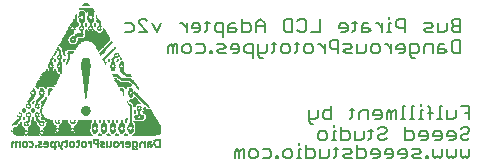
<source format=gbo>
G75*
G70*
%OFA0B0*%
%FSLAX24Y24*%
%IPPOS*%
%LPD*%
%AMOC8*
5,1,8,0,0,1.08239X$1,22.5*
%
%ADD10C,0.0060*%
%ADD11R,0.0150X0.0010*%
%ADD12R,0.0070X0.0010*%
%ADD13R,0.0160X0.0010*%
%ADD14R,0.0080X0.0010*%
%ADD15R,0.0170X0.0010*%
%ADD16R,0.0090X0.0010*%
%ADD17R,0.0040X0.0010*%
%ADD18R,0.0100X0.0010*%
%ADD19R,0.0010X0.0010*%
%ADD20R,0.0060X0.0010*%
%ADD21R,0.0130X0.0010*%
%ADD22R,0.0050X0.0010*%
%ADD23R,0.0110X0.0010*%
%ADD24R,0.0140X0.0010*%
%ADD25R,0.0120X0.0010*%
%ADD26R,0.0190X0.0010*%
%ADD27R,0.0180X0.0010*%
%ADD28R,0.0210X0.0010*%
%ADD29R,0.0220X0.0010*%
%ADD30R,0.0200X0.0010*%
%ADD31R,0.0030X0.0010*%
%ADD32R,0.0020X0.0010*%
%ADD33R,0.0310X0.0010*%
%ADD34R,0.0780X0.0010*%
%ADD35R,0.1640X0.0010*%
%ADD36R,0.0380X0.0010*%
%ADD37R,0.0260X0.0010*%
%ADD38R,0.0800X0.0010*%
%ADD39R,0.1610X0.0010*%
%ADD40R,0.0360X0.0010*%
%ADD41R,0.0290X0.0010*%
%ADD42R,0.0820X0.0010*%
%ADD43R,0.1590X0.0010*%
%ADD44R,0.0340X0.0010*%
%ADD45R,0.0840X0.0010*%
%ADD46R,0.1570X0.0010*%
%ADD47R,0.0330X0.0010*%
%ADD48R,0.0320X0.0010*%
%ADD49R,0.1550X0.0010*%
%ADD50R,0.0300X0.0010*%
%ADD51R,0.0850X0.0010*%
%ADD52R,0.1080X0.0010*%
%ADD53R,0.0520X0.0010*%
%ADD54R,0.0450X0.0010*%
%ADD55R,0.0420X0.0010*%
%ADD56R,0.0540X0.0010*%
%ADD57R,0.0410X0.0010*%
%ADD58R,0.0430X0.0010*%
%ADD59R,0.0860X0.0010*%
%ADD60R,0.0530X0.0010*%
%ADD61R,0.0390X0.0010*%
%ADD62R,0.0510X0.0010*%
%ADD63R,0.0400X0.0010*%
%ADD64R,0.0500X0.0010*%
%ADD65R,0.0480X0.0010*%
%ADD66R,0.0370X0.0010*%
%ADD67R,0.0440X0.0010*%
%ADD68R,0.0870X0.0010*%
%ADD69R,0.0350X0.0010*%
%ADD70R,0.0490X0.0010*%
%ADD71R,0.0230X0.0010*%
%ADD72R,0.0270X0.0010*%
%ADD73R,0.0240X0.0010*%
%ADD74R,0.0830X0.0010*%
%ADD75R,0.0280X0.0010*%
%ADD76R,0.0810X0.0010*%
%ADD77R,0.0470X0.0010*%
%ADD78R,0.0250X0.0010*%
%ADD79R,0.0460X0.0010*%
%ADD80R,0.0640X0.0010*%
%ADD81R,0.0630X0.0010*%
%ADD82R,0.0620X0.0010*%
%ADD83R,0.0610X0.0010*%
%ADD84R,0.0590X0.0010*%
%ADD85R,0.0580X0.0010*%
%ADD86R,0.0560X0.0010*%
%ADD87R,0.0550X0.0010*%
%ADD88R,0.0570X0.0010*%
%ADD89R,0.0650X0.0010*%
%ADD90R,0.0680X0.0010*%
%ADD91R,0.0720X0.0010*%
%ADD92R,0.1060X0.0010*%
%ADD93R,0.1070X0.0010*%
%ADD94R,0.1050X0.0010*%
%ADD95R,0.0920X0.0010*%
%ADD96R,0.0890X0.0010*%
%ADD97R,0.0770X0.0010*%
%ADD98R,0.0760X0.0010*%
%ADD99R,0.0750X0.0010*%
%ADD100R,0.0740X0.0010*%
%ADD101R,0.0730X0.0010*%
D10*
X008239Y003568D02*
X008239Y003788D01*
X008313Y003862D01*
X008386Y003788D01*
X008386Y003568D01*
X008533Y003568D02*
X008533Y003862D01*
X008459Y003862D01*
X008386Y003788D01*
X008700Y003788D02*
X008700Y003642D01*
X008773Y003568D01*
X008920Y003568D01*
X008993Y003642D01*
X008993Y003788D01*
X008920Y003862D01*
X008773Y003862D01*
X008700Y003788D01*
X009160Y003862D02*
X009380Y003862D01*
X009454Y003788D01*
X009454Y003642D01*
X009380Y003568D01*
X009160Y003568D01*
X009610Y003568D02*
X009684Y003568D01*
X009684Y003642D01*
X009610Y003642D01*
X009610Y003568D01*
X009850Y003642D02*
X009850Y003788D01*
X009924Y003862D01*
X010071Y003862D01*
X010144Y003788D01*
X010144Y003642D01*
X010071Y003568D01*
X009924Y003568D01*
X009850Y003642D01*
X010304Y003568D02*
X010451Y003568D01*
X010378Y003568D02*
X010378Y003862D01*
X010451Y003862D01*
X010378Y004009D02*
X010378Y004082D01*
X010618Y004009D02*
X010618Y003568D01*
X010838Y003568D01*
X010911Y003642D01*
X010911Y003788D01*
X010838Y003862D01*
X010618Y003862D01*
X011078Y003862D02*
X011078Y003568D01*
X011298Y003568D01*
X011372Y003642D01*
X011372Y003862D01*
X011532Y003862D02*
X011679Y003862D01*
X011605Y003935D02*
X011605Y003642D01*
X011532Y003568D01*
X011845Y003642D02*
X011919Y003568D01*
X012139Y003568D01*
X012066Y003715D02*
X012139Y003788D01*
X012066Y003862D01*
X011845Y003862D01*
X011919Y003715D02*
X012066Y003715D01*
X011919Y003715D02*
X011845Y003642D01*
X012306Y003568D02*
X012526Y003568D01*
X012599Y003642D01*
X012599Y003788D01*
X012526Y003862D01*
X012306Y003862D01*
X012306Y004009D02*
X012306Y003568D01*
X012766Y003715D02*
X012766Y003788D01*
X012839Y003862D01*
X012986Y003862D01*
X013060Y003788D01*
X013060Y003642D01*
X012986Y003568D01*
X012839Y003568D01*
X012766Y003715D02*
X013060Y003715D01*
X013226Y003715D02*
X013226Y003788D01*
X013300Y003862D01*
X013447Y003862D01*
X013520Y003788D01*
X013520Y003642D01*
X013447Y003568D01*
X013300Y003568D01*
X013226Y003715D02*
X013520Y003715D01*
X013687Y003715D02*
X013687Y003788D01*
X013760Y003862D01*
X013907Y003862D01*
X013980Y003788D01*
X013980Y003642D01*
X013907Y003568D01*
X013760Y003568D01*
X013687Y003715D02*
X013980Y003715D01*
X014147Y003642D02*
X014221Y003568D01*
X014441Y003568D01*
X014597Y003568D02*
X014597Y003642D01*
X014671Y003642D01*
X014671Y003568D01*
X014597Y003568D01*
X014838Y003642D02*
X014838Y003862D01*
X014838Y003642D02*
X014911Y003568D01*
X014984Y003642D01*
X015058Y003568D01*
X015131Y003642D01*
X015131Y003862D01*
X015298Y003862D02*
X015298Y003642D01*
X015371Y003568D01*
X015445Y003642D01*
X015518Y003568D01*
X015592Y003642D01*
X015592Y003862D01*
X015758Y003862D02*
X015758Y003642D01*
X015832Y003568D01*
X015905Y003642D01*
X015979Y003568D01*
X016052Y003642D01*
X016052Y003862D01*
X015979Y004168D02*
X015832Y004168D01*
X015758Y004242D01*
X015758Y004315D01*
X015832Y004388D01*
X015979Y004388D01*
X016052Y004462D01*
X016052Y004535D01*
X015979Y004609D01*
X015832Y004609D01*
X015758Y004535D01*
X015592Y004388D02*
X015518Y004462D01*
X015371Y004462D01*
X015298Y004388D01*
X015298Y004315D01*
X015592Y004315D01*
X015592Y004242D02*
X015592Y004388D01*
X015592Y004242D02*
X015518Y004168D01*
X015371Y004168D01*
X015131Y004242D02*
X015131Y004388D01*
X015058Y004462D01*
X014911Y004462D01*
X014838Y004388D01*
X014838Y004315D01*
X015131Y004315D01*
X015131Y004242D02*
X015058Y004168D01*
X014911Y004168D01*
X014671Y004242D02*
X014671Y004388D01*
X014597Y004462D01*
X014451Y004462D01*
X014377Y004388D01*
X014377Y004315D01*
X014671Y004315D01*
X014671Y004242D02*
X014597Y004168D01*
X014451Y004168D01*
X014210Y004242D02*
X014210Y004388D01*
X014137Y004462D01*
X013917Y004462D01*
X013917Y004609D02*
X013917Y004168D01*
X014137Y004168D01*
X014210Y004242D01*
X014147Y003862D02*
X014367Y003862D01*
X014441Y003788D01*
X014367Y003715D01*
X014221Y003715D01*
X014147Y003642D01*
X013290Y004242D02*
X013216Y004168D01*
X013070Y004168D01*
X012996Y004242D01*
X012996Y004315D01*
X013070Y004388D01*
X013216Y004388D01*
X013290Y004462D01*
X013290Y004535D01*
X013216Y004609D01*
X013070Y004609D01*
X012996Y004535D01*
X012829Y004462D02*
X012683Y004462D01*
X012756Y004535D02*
X012756Y004242D01*
X012683Y004168D01*
X012523Y004242D02*
X012449Y004168D01*
X012229Y004168D01*
X012229Y004462D01*
X012062Y004388D02*
X011989Y004462D01*
X011769Y004462D01*
X011769Y004609D02*
X011769Y004168D01*
X011989Y004168D01*
X012062Y004242D01*
X012062Y004388D01*
X011602Y004462D02*
X011528Y004462D01*
X011528Y004168D01*
X011455Y004168D02*
X011602Y004168D01*
X011295Y004242D02*
X011222Y004168D01*
X011075Y004168D01*
X011001Y004242D01*
X011001Y004388D01*
X011075Y004462D01*
X011222Y004462D01*
X011295Y004388D01*
X011295Y004242D01*
X011528Y004609D02*
X011528Y004682D01*
X011448Y004868D02*
X011228Y004868D01*
X011155Y004942D01*
X011155Y005088D01*
X011228Y005162D01*
X011448Y005162D01*
X011448Y005309D02*
X011448Y004868D01*
X010988Y004942D02*
X010915Y004868D01*
X010694Y004868D01*
X010694Y004795D02*
X010768Y004721D01*
X010841Y004721D01*
X010694Y004795D02*
X010694Y005162D01*
X010988Y005162D02*
X010988Y004942D01*
X012069Y004868D02*
X012142Y004942D01*
X012142Y005235D01*
X012216Y005162D02*
X012069Y005162D01*
X012382Y005088D02*
X012382Y004868D01*
X012382Y005088D02*
X012456Y005162D01*
X012676Y005162D01*
X012676Y004868D01*
X012843Y005015D02*
X013136Y005015D01*
X013136Y004942D02*
X013136Y005088D01*
X013063Y005162D01*
X012916Y005162D01*
X012843Y005088D01*
X012843Y005015D01*
X012916Y004868D02*
X013063Y004868D01*
X013136Y004942D01*
X013303Y004868D02*
X013303Y005088D01*
X013377Y005162D01*
X013450Y005088D01*
X013450Y004868D01*
X013597Y004868D02*
X013597Y005162D01*
X013523Y005162D01*
X013450Y005088D01*
X013757Y004868D02*
X013904Y004868D01*
X013830Y004868D02*
X013830Y005309D01*
X013904Y005309D01*
X014137Y005309D02*
X014137Y004868D01*
X014064Y004868D02*
X014211Y004868D01*
X014371Y004868D02*
X014517Y004868D01*
X014444Y004868D02*
X014444Y005162D01*
X014517Y005162D01*
X014444Y005309D02*
X014444Y005382D01*
X014211Y005309D02*
X014137Y005309D01*
X014678Y005309D02*
X014751Y005235D01*
X014751Y004868D01*
X014984Y004868D02*
X015131Y004868D01*
X015058Y004868D02*
X015058Y005309D01*
X015131Y005309D01*
X015298Y005162D02*
X015298Y004868D01*
X015518Y004868D01*
X015592Y004942D01*
X015592Y005162D01*
X015758Y005309D02*
X016052Y005309D01*
X016052Y004868D01*
X016052Y005088D02*
X015905Y005088D01*
X014824Y005088D02*
X014678Y005088D01*
X015979Y004168D02*
X016052Y004242D01*
X012523Y004242D02*
X012523Y004462D01*
X014151Y006921D02*
X014077Y006995D01*
X014077Y007362D01*
X014297Y007362D01*
X014371Y007288D01*
X014371Y007142D01*
X014297Y007068D01*
X014077Y007068D01*
X014151Y006921D02*
X014224Y006921D01*
X014538Y007068D02*
X014538Y007288D01*
X014611Y007362D01*
X014831Y007362D01*
X014831Y007068D01*
X014998Y007068D02*
X015218Y007068D01*
X015292Y007142D01*
X015218Y007215D01*
X014998Y007215D01*
X014998Y007288D02*
X014998Y007068D01*
X014998Y007288D02*
X015071Y007362D01*
X015218Y007362D01*
X015458Y007435D02*
X015458Y007142D01*
X015532Y007068D01*
X015752Y007068D01*
X015752Y007509D01*
X015532Y007509D01*
X015458Y007435D01*
X015532Y007768D02*
X015752Y007768D01*
X015752Y008209D01*
X015532Y008209D01*
X015458Y008135D01*
X015458Y008062D01*
X015532Y007988D01*
X015752Y007988D01*
X015532Y007988D02*
X015458Y007915D01*
X015458Y007842D01*
X015532Y007768D01*
X015292Y007842D02*
X015218Y007768D01*
X014998Y007768D01*
X014998Y008062D01*
X014831Y007988D02*
X014758Y008062D01*
X014538Y008062D01*
X014611Y007915D02*
X014758Y007915D01*
X014831Y007988D01*
X014831Y007768D02*
X014611Y007768D01*
X014538Y007842D01*
X014611Y007915D01*
X015292Y007842D02*
X015292Y008062D01*
X013910Y008209D02*
X013910Y007768D01*
X013910Y007915D02*
X013690Y007915D01*
X013617Y007988D01*
X013617Y008135D01*
X013690Y008209D01*
X013910Y008209D01*
X013450Y008062D02*
X013377Y008062D01*
X013377Y007768D01*
X013450Y007768D02*
X013303Y007768D01*
X013143Y007768D02*
X013143Y008062D01*
X013143Y007915D02*
X012996Y008062D01*
X012923Y008062D01*
X012686Y008062D02*
X012539Y008062D01*
X012466Y007988D01*
X012466Y007768D01*
X012686Y007768D01*
X012760Y007842D01*
X012686Y007915D01*
X012466Y007915D01*
X012299Y008062D02*
X012152Y008062D01*
X012226Y008135D02*
X012226Y007842D01*
X012152Y007768D01*
X011992Y007842D02*
X011992Y007988D01*
X011919Y008062D01*
X011772Y008062D01*
X011699Y007988D01*
X011699Y007915D01*
X011992Y007915D01*
X011992Y007842D02*
X011919Y007768D01*
X011772Y007768D01*
X011685Y007509D02*
X011465Y007509D01*
X011392Y007435D01*
X011392Y007288D01*
X011465Y007215D01*
X011685Y007215D01*
X011685Y007068D02*
X011685Y007509D01*
X011852Y007362D02*
X012072Y007362D01*
X012146Y007288D01*
X012072Y007215D01*
X011926Y007215D01*
X011852Y007142D01*
X011926Y007068D01*
X012146Y007068D01*
X012313Y007068D02*
X012313Y007362D01*
X012606Y007362D02*
X012606Y007142D01*
X012533Y007068D01*
X012313Y007068D01*
X012773Y007142D02*
X012773Y007288D01*
X012846Y007362D01*
X012993Y007362D01*
X013066Y007288D01*
X013066Y007142D01*
X012993Y007068D01*
X012846Y007068D01*
X012773Y007142D01*
X013230Y007362D02*
X013303Y007362D01*
X013450Y007215D01*
X013450Y007068D02*
X013450Y007362D01*
X013617Y007288D02*
X013617Y007215D01*
X013910Y007215D01*
X013910Y007142D02*
X013910Y007288D01*
X013837Y007362D01*
X013690Y007362D01*
X013617Y007288D01*
X013837Y007068D02*
X013910Y007142D01*
X013837Y007068D02*
X013690Y007068D01*
X013377Y008209D02*
X013377Y008282D01*
X011225Y007362D02*
X011225Y007068D01*
X011225Y007215D02*
X011078Y007362D01*
X011005Y007362D01*
X010841Y007288D02*
X010841Y007142D01*
X010768Y007068D01*
X010621Y007068D01*
X010548Y007142D01*
X010548Y007288D01*
X010621Y007362D01*
X010768Y007362D01*
X010841Y007288D01*
X010381Y007362D02*
X010234Y007362D01*
X010308Y007435D02*
X010308Y007142D01*
X010234Y007068D01*
X010074Y007142D02*
X010001Y007068D01*
X009854Y007068D01*
X009781Y007142D01*
X009781Y007288D01*
X009854Y007362D01*
X010001Y007362D01*
X010074Y007288D01*
X010074Y007142D01*
X009614Y007362D02*
X009467Y007362D01*
X009540Y007435D02*
X009540Y007142D01*
X009467Y007068D01*
X009307Y007142D02*
X009234Y007068D01*
X009013Y007068D01*
X009013Y006995D02*
X009087Y006921D01*
X009160Y006921D01*
X009013Y006995D02*
X009013Y007362D01*
X008847Y007362D02*
X008626Y007362D01*
X008553Y007288D01*
X008553Y007142D01*
X008626Y007068D01*
X008847Y007068D01*
X008847Y006921D02*
X008847Y007362D01*
X009307Y007362D02*
X009307Y007142D01*
X009230Y007768D02*
X009230Y008062D01*
X009083Y008209D01*
X008937Y008062D01*
X008937Y007768D01*
X008770Y007842D02*
X008770Y007988D01*
X008696Y008062D01*
X008476Y008062D01*
X008476Y008209D02*
X008476Y007768D01*
X008696Y007768D01*
X008770Y007842D01*
X008937Y007988D02*
X009230Y007988D01*
X009857Y007842D02*
X009857Y008135D01*
X009931Y008209D01*
X010151Y008209D01*
X010151Y007768D01*
X009931Y007768D01*
X009857Y007842D01*
X010318Y007842D02*
X010391Y007768D01*
X010538Y007768D01*
X010611Y007842D01*
X010611Y008135D01*
X010538Y008209D01*
X010391Y008209D01*
X010318Y008135D01*
X010778Y007768D02*
X011072Y007768D01*
X011072Y008209D01*
X008310Y007842D02*
X008236Y007915D01*
X008016Y007915D01*
X008016Y007988D02*
X008016Y007768D01*
X008236Y007768D01*
X008310Y007842D01*
X008236Y008062D02*
X008089Y008062D01*
X008016Y007988D01*
X007849Y008062D02*
X007629Y008062D01*
X007556Y007988D01*
X007556Y007842D01*
X007629Y007768D01*
X007849Y007768D01*
X007849Y007621D02*
X007849Y008062D01*
X007389Y008062D02*
X007242Y008062D01*
X007315Y008135D02*
X007315Y007842D01*
X007242Y007768D01*
X007082Y007842D02*
X007082Y007988D01*
X007009Y008062D01*
X006862Y008062D01*
X006788Y007988D01*
X006788Y007915D01*
X007082Y007915D01*
X007082Y007842D02*
X007009Y007768D01*
X006862Y007768D01*
X006622Y007768D02*
X006622Y008062D01*
X006622Y007915D02*
X006475Y008062D01*
X006401Y008062D01*
X005778Y008062D02*
X005631Y007768D01*
X005484Y008062D01*
X005317Y008135D02*
X005244Y008209D01*
X005097Y008209D01*
X005024Y008135D01*
X005024Y008062D01*
X005317Y007768D01*
X005024Y007768D01*
X004857Y007842D02*
X004857Y007988D01*
X004784Y008062D01*
X004563Y008062D01*
X004563Y007768D02*
X004784Y007768D01*
X004857Y007842D01*
X006021Y007288D02*
X006021Y007068D01*
X006168Y007068D02*
X006168Y007288D01*
X006095Y007362D01*
X006021Y007288D01*
X006168Y007288D02*
X006241Y007362D01*
X006315Y007362D01*
X006315Y007068D01*
X006481Y007142D02*
X006481Y007288D01*
X006555Y007362D01*
X006702Y007362D01*
X006775Y007288D01*
X006775Y007142D01*
X006702Y007068D01*
X006555Y007068D01*
X006481Y007142D01*
X006942Y007068D02*
X007162Y007068D01*
X007235Y007142D01*
X007235Y007288D01*
X007162Y007362D01*
X006942Y007362D01*
X007392Y007142D02*
X007392Y007068D01*
X007466Y007068D01*
X007466Y007142D01*
X007392Y007142D01*
X007632Y007142D02*
X007706Y007068D01*
X007926Y007068D01*
X007853Y007215D02*
X007926Y007288D01*
X007853Y007362D01*
X007632Y007362D01*
X007706Y007215D02*
X007853Y007215D01*
X007706Y007215D02*
X007632Y007142D01*
X008093Y007215D02*
X008386Y007215D01*
X008386Y007142D02*
X008386Y007288D01*
X008313Y007362D01*
X008166Y007362D01*
X008093Y007288D01*
X008093Y007215D01*
X008166Y007068D02*
X008313Y007068D01*
X008386Y007142D01*
D11*
X004882Y005728D03*
X004612Y005938D03*
X004462Y006518D03*
X004462Y006528D03*
X004462Y006538D03*
X004462Y006548D03*
X004462Y006558D03*
X004462Y006568D03*
X004462Y006678D03*
X004462Y006688D03*
X004462Y006698D03*
X004462Y006708D03*
X004462Y006718D03*
X004272Y006918D03*
X004282Y006928D03*
X004292Y006938D03*
X004172Y006718D03*
X004172Y006708D03*
X004172Y006528D03*
X003712Y007198D03*
X003882Y007748D03*
X003432Y008408D03*
X003132Y008408D03*
X002892Y008108D03*
X003072Y007438D03*
X002952Y007338D03*
X002572Y007158D03*
X002392Y006718D03*
X002392Y006708D03*
X002392Y006698D03*
X002392Y006688D03*
X002392Y006678D03*
X002392Y006568D03*
X002392Y006558D03*
X002392Y006548D03*
X002392Y006538D03*
X002392Y006528D03*
X002392Y006518D03*
X002102Y006718D03*
X001952Y005938D03*
X001802Y005838D03*
X001802Y005828D03*
X001802Y005818D03*
X001802Y005808D03*
X001802Y005798D03*
X001802Y005788D03*
X001802Y005678D03*
X001802Y005668D03*
X001802Y005658D03*
X001802Y005648D03*
X001802Y005638D03*
X001802Y005628D03*
X001512Y005128D03*
X001212Y005128D03*
X001212Y005138D03*
X001212Y005148D03*
X001212Y005158D03*
X001322Y004768D03*
X001312Y004758D03*
X001532Y004748D03*
X001842Y004898D03*
X001072Y004628D03*
X001242Y004088D03*
X001242Y003928D03*
X001442Y003938D03*
X001942Y003928D03*
X002812Y004088D03*
X003212Y003928D03*
X003822Y003938D03*
X004022Y004318D03*
X003872Y004408D03*
X003872Y004418D03*
X003872Y004688D03*
X004172Y004688D03*
X004462Y004688D03*
X004762Y004688D03*
X004462Y004418D03*
X004462Y004408D03*
X004612Y004318D03*
X004282Y004088D03*
X004282Y003928D03*
X004922Y003838D03*
X005392Y004078D03*
X005402Y004088D03*
X005692Y004188D03*
X003582Y004688D03*
X003262Y004988D03*
X003262Y005978D03*
X003282Y008698D03*
D12*
X002252Y003838D03*
X002252Y003848D03*
X002252Y003858D03*
X002252Y003868D03*
X002252Y003878D03*
X002252Y003888D03*
X002252Y003898D03*
X002252Y003908D03*
X002252Y003968D03*
X002252Y003978D03*
X002252Y003988D03*
X002252Y003998D03*
X002252Y004008D03*
X002252Y004018D03*
X002252Y004028D03*
X002252Y004038D03*
X002252Y004048D03*
X002162Y004108D03*
X002122Y004058D03*
X002112Y004048D03*
X002112Y004038D03*
X002112Y004028D03*
X002112Y004018D03*
X002112Y004008D03*
X002112Y003998D03*
X002112Y003988D03*
X002112Y003978D03*
X002172Y003908D03*
X002002Y003958D03*
X002012Y003988D03*
X001892Y004068D03*
X001782Y004068D03*
X001702Y003978D03*
X001702Y003948D03*
X001602Y003948D03*
X001602Y003938D03*
X001602Y003928D03*
X001602Y003958D03*
X001502Y003988D03*
X001502Y003998D03*
X001502Y004008D03*
X001502Y004018D03*
X001502Y004028D03*
X001492Y004048D03*
X001492Y003968D03*
X001312Y003968D03*
X001312Y003978D03*
X001312Y003988D03*
X001302Y003958D03*
X001312Y004028D03*
X001312Y004038D03*
X001312Y004048D03*
X001302Y004058D03*
X001182Y004058D03*
X001172Y004048D03*
X001172Y004038D03*
X001172Y003978D03*
X001172Y003968D03*
X001182Y003958D03*
X001062Y003958D03*
X001062Y003948D03*
X001062Y003938D03*
X001062Y003928D03*
X001062Y003918D03*
X001062Y003968D03*
X001062Y003978D03*
X001062Y003988D03*
X001062Y003998D03*
X001062Y004008D03*
X001062Y004018D03*
X001062Y004028D03*
X001062Y004038D03*
X001062Y004048D03*
X000972Y004108D03*
X000852Y004108D03*
X000822Y004058D03*
X001282Y004318D03*
X001282Y004478D03*
X001102Y004698D03*
X001062Y004858D03*
X001062Y004868D03*
X001062Y004878D03*
X001062Y004888D03*
X001062Y004898D03*
X001062Y004908D03*
X001062Y004918D03*
X001212Y004898D03*
X001362Y005068D03*
X001212Y005088D03*
X001212Y005198D03*
X001362Y005218D03*
X001512Y005398D03*
X001512Y005408D03*
X001652Y005408D03*
X001652Y005398D03*
X001652Y005388D03*
X001652Y005378D03*
X001652Y005368D03*
X001652Y005418D03*
X001832Y005358D03*
X001832Y005348D03*
X001772Y005168D03*
X001772Y005118D03*
X001652Y005068D03*
X001652Y004918D03*
X001652Y004908D03*
X001652Y004898D03*
X001652Y004888D03*
X001652Y004878D03*
X001652Y004868D03*
X001742Y004738D03*
X001832Y004948D03*
X001802Y004478D03*
X001802Y004328D03*
X001802Y004318D03*
X002322Y004378D03*
X002322Y004398D03*
X002322Y004548D03*
X002322Y004698D03*
X002842Y004698D03*
X002832Y004388D03*
X002832Y004378D03*
X002872Y004058D03*
X002882Y004048D03*
X002882Y004038D03*
X002882Y003978D03*
X002882Y003968D03*
X002752Y003968D03*
X002752Y003958D03*
X002742Y003978D03*
X002742Y003988D03*
X002742Y003998D03*
X002742Y004018D03*
X002742Y004028D03*
X002742Y004038D03*
X002752Y004058D03*
X002622Y003968D03*
X002622Y003958D03*
X002592Y003908D03*
X002472Y003838D03*
X002432Y003888D03*
X002422Y003908D03*
X002422Y003918D03*
X002462Y004018D03*
X002472Y004038D03*
X002472Y004048D03*
X002482Y004068D03*
X002482Y004078D03*
X002492Y004088D03*
X002492Y004098D03*
X002362Y004078D03*
X002362Y004068D03*
X002372Y004038D03*
X002352Y004098D03*
X002352Y004108D03*
X003022Y003968D03*
X003142Y003968D03*
X003142Y003978D03*
X003152Y003958D03*
X003142Y004038D03*
X003142Y004048D03*
X003152Y004058D03*
X003272Y004058D03*
X003282Y004048D03*
X003282Y004038D03*
X003282Y004028D03*
X003282Y003998D03*
X003282Y003988D03*
X003282Y003978D03*
X003282Y003968D03*
X003272Y003958D03*
X003432Y003958D03*
X003432Y003948D03*
X003432Y003938D03*
X003432Y003928D03*
X003432Y003918D03*
X003432Y003968D03*
X003432Y003978D03*
X003432Y003988D03*
X003432Y003998D03*
X003432Y004008D03*
X003432Y004018D03*
X003432Y004028D03*
X003532Y004078D03*
X003532Y004088D03*
X003532Y004098D03*
X003532Y004108D03*
X003532Y004118D03*
X003532Y004128D03*
X003542Y004068D03*
X003672Y004068D03*
X003672Y004058D03*
X003672Y004078D03*
X003672Y004088D03*
X003672Y004098D03*
X003672Y004108D03*
X003672Y004118D03*
X003672Y004128D03*
X003672Y004138D03*
X003672Y003998D03*
X003672Y003988D03*
X003672Y003978D03*
X003672Y003968D03*
X003672Y003958D03*
X003672Y003948D03*
X003672Y003938D03*
X003672Y003928D03*
X003672Y003918D03*
X003672Y003908D03*
X003782Y003948D03*
X003782Y003978D03*
X003862Y004068D03*
X003972Y004068D03*
X003972Y004058D03*
X003972Y004048D03*
X003972Y004038D03*
X003972Y004028D03*
X003972Y004018D03*
X003972Y004008D03*
X003972Y003998D03*
X003972Y003988D03*
X003972Y003978D03*
X003972Y003968D03*
X004062Y003908D03*
X004102Y003968D03*
X004102Y003978D03*
X004102Y003988D03*
X004102Y003998D03*
X004102Y004008D03*
X004102Y004018D03*
X004102Y004028D03*
X004102Y004038D03*
X004102Y004048D03*
X004102Y004058D03*
X004102Y004068D03*
X004102Y004078D03*
X004102Y004088D03*
X004102Y004098D03*
X004212Y004048D03*
X004212Y004038D03*
X004212Y004028D03*
X004212Y004018D03*
X004212Y004008D03*
X004212Y003998D03*
X004212Y003988D03*
X004212Y003978D03*
X004212Y003968D03*
X004222Y003958D03*
X004222Y004058D03*
X004342Y004058D03*
X004352Y004048D03*
X004352Y004038D03*
X004362Y004008D03*
X004362Y003998D03*
X004352Y003978D03*
X004352Y003968D03*
X004342Y003958D03*
X004502Y003958D03*
X004502Y003948D03*
X004502Y003938D03*
X004502Y003928D03*
X004502Y003918D03*
X004502Y003968D03*
X004502Y003978D03*
X004502Y003988D03*
X004502Y003998D03*
X004502Y004008D03*
X004502Y004018D03*
X004502Y004028D03*
X004502Y004038D03*
X004722Y004068D03*
X004842Y004048D03*
X004842Y004038D03*
X004842Y004028D03*
X004842Y004018D03*
X004842Y004008D03*
X004842Y003998D03*
X004842Y003988D03*
X004842Y003978D03*
X004842Y003918D03*
X004842Y003908D03*
X004852Y003888D03*
X004972Y003968D03*
X004982Y003978D03*
X004982Y003988D03*
X004982Y003998D03*
X004982Y004008D03*
X004982Y004018D03*
X004982Y004028D03*
X004982Y004038D03*
X004972Y004058D03*
X004922Y004108D03*
X005092Y004048D03*
X005092Y004038D03*
X005132Y004108D03*
X005222Y004038D03*
X005222Y004028D03*
X005222Y004018D03*
X005222Y004008D03*
X005222Y003998D03*
X005222Y003988D03*
X005222Y003978D03*
X005222Y003968D03*
X005222Y003958D03*
X005222Y003948D03*
X005222Y003938D03*
X005222Y003928D03*
X005222Y003918D03*
X005222Y003908D03*
X005342Y003958D03*
X005422Y003908D03*
X005452Y003988D03*
X005552Y004008D03*
X005552Y004018D03*
X005552Y004028D03*
X005552Y004038D03*
X005552Y004048D03*
X005552Y004058D03*
X005552Y004068D03*
X005552Y004078D03*
X005552Y004088D03*
X005562Y004108D03*
X005562Y003998D03*
X005562Y003988D03*
X005732Y003988D03*
X005732Y003978D03*
X005732Y003968D03*
X005732Y003958D03*
X005732Y003998D03*
X005732Y004008D03*
X005732Y004018D03*
X005732Y004028D03*
X005732Y004038D03*
X005732Y004048D03*
X005732Y004058D03*
X005732Y004068D03*
X005732Y004078D03*
X005732Y004088D03*
X005732Y004098D03*
X005732Y004108D03*
X005732Y004118D03*
X005732Y004128D03*
X005732Y004138D03*
X005342Y004058D03*
X004762Y004378D03*
X004612Y004348D03*
X004462Y004378D03*
X004312Y004348D03*
X004402Y004608D03*
X004462Y004728D03*
X004462Y004738D03*
X004462Y004748D03*
X004462Y004758D03*
X004462Y004768D03*
X004462Y004778D03*
X004462Y004788D03*
X004462Y004798D03*
X004462Y004808D03*
X004612Y004748D03*
X004702Y004608D03*
X004902Y004778D03*
X004762Y004978D03*
X004762Y004988D03*
X004902Y005128D03*
X005052Y005128D03*
X005052Y005118D03*
X005052Y005108D03*
X005052Y005098D03*
X005052Y005088D03*
X005052Y005078D03*
X005052Y005068D03*
X005052Y005058D03*
X005052Y005048D03*
X005052Y005038D03*
X005052Y005028D03*
X005052Y005018D03*
X005052Y005008D03*
X005052Y005138D03*
X005052Y005288D03*
X004902Y005308D03*
X004762Y005298D03*
X004762Y005288D03*
X004752Y005318D03*
X004902Y005558D03*
X005232Y005228D03*
X005342Y005278D03*
X005352Y005268D03*
X004942Y005978D03*
X004932Y005988D03*
X004462Y005878D03*
X004242Y006218D03*
X004212Y006668D03*
X004122Y006668D03*
X004172Y006768D03*
X004172Y006778D03*
X004172Y006788D03*
X004172Y006798D03*
X004172Y006808D03*
X004172Y006818D03*
X004172Y006828D03*
X004032Y006818D03*
X004022Y006798D03*
X004022Y006788D03*
X003882Y006838D03*
X003702Y007148D03*
X004312Y007058D03*
X004332Y006818D03*
X004322Y006798D03*
X003892Y007798D03*
X003722Y007958D03*
X003722Y007968D03*
X003722Y007978D03*
X003722Y007988D03*
X003722Y007998D03*
X003722Y008008D03*
X003722Y008018D03*
X003722Y008028D03*
X003722Y008038D03*
X003722Y008048D03*
X003572Y008028D03*
X003432Y008038D03*
X003432Y008048D03*
X003432Y008008D03*
X003432Y007998D03*
X003432Y007988D03*
X003432Y007978D03*
X003432Y007968D03*
X003282Y007968D03*
X003282Y008018D03*
X003282Y008028D03*
X003362Y008188D03*
X003362Y008308D03*
X003492Y008308D03*
X003512Y008458D03*
X003432Y008458D03*
X003432Y008448D03*
X003202Y008308D03*
X003202Y008188D03*
X003072Y008308D03*
X003132Y008438D03*
X002932Y008238D03*
X002832Y007978D03*
X002832Y007968D03*
X002832Y007958D03*
X002832Y007798D03*
X002832Y007788D03*
X002832Y007778D03*
X002772Y007528D03*
X002772Y007488D03*
X002842Y007408D03*
X002902Y007488D03*
X002912Y007498D03*
X002912Y007508D03*
X002912Y007518D03*
X002902Y007528D03*
X003312Y007808D03*
X003432Y007798D03*
X003432Y007788D03*
X003432Y007778D03*
X003552Y007808D03*
X003662Y008188D03*
X002342Y007208D03*
X002392Y007128D03*
X002392Y007118D03*
X002392Y007108D03*
X002392Y007098D03*
X002392Y007088D03*
X002392Y007078D03*
X002392Y007068D03*
X002392Y007058D03*
X002392Y007048D03*
X002392Y007038D03*
X002392Y007028D03*
X002392Y007018D03*
X002392Y007008D03*
X002392Y006998D03*
X002392Y006988D03*
X002392Y006838D03*
X002392Y006828D03*
X002392Y006818D03*
X002392Y006808D03*
X002392Y006798D03*
X002392Y006788D03*
X002392Y006778D03*
X002392Y006768D03*
X002352Y006668D03*
X002142Y006668D03*
X002052Y006668D03*
X002102Y006768D03*
X002102Y006778D03*
X002102Y006788D03*
X002102Y006798D03*
X002252Y007058D03*
X002552Y006998D03*
X002692Y006998D03*
X002692Y006988D03*
X002692Y006978D03*
X002692Y006968D03*
X002692Y006958D03*
X002692Y006948D03*
X002692Y006938D03*
X002692Y006928D03*
X002692Y006918D03*
X002692Y006908D03*
X002692Y006898D03*
X002692Y006888D03*
X002692Y006878D03*
X002692Y006868D03*
X002692Y006858D03*
X002692Y006848D03*
X002692Y006838D03*
X002552Y006838D03*
X002552Y006828D03*
X002542Y006788D03*
X002692Y007008D03*
X002692Y007018D03*
X002222Y006488D03*
X002222Y006478D03*
X002102Y006458D03*
X002102Y006448D03*
X001972Y006478D03*
X001972Y006488D03*
X002442Y006408D03*
X001802Y005878D03*
X001952Y005558D03*
X001942Y005548D03*
X001932Y005528D03*
X001922Y005518D03*
X003262Y005648D03*
X003262Y005658D03*
X003262Y005668D03*
X003582Y004798D03*
X003582Y004788D03*
X003582Y004778D03*
X003582Y004768D03*
X003582Y004758D03*
X003582Y004748D03*
X003582Y004738D03*
X003582Y004728D03*
X003632Y004608D03*
X003522Y004608D03*
X003722Y004748D03*
X003872Y004748D03*
X003872Y004738D03*
X003872Y004728D03*
X003872Y004758D03*
X003872Y004768D03*
X003872Y004778D03*
X003872Y004788D03*
X003872Y004798D03*
X003872Y004808D03*
X004022Y004748D03*
X004172Y004748D03*
X004172Y004738D03*
X004172Y004728D03*
X004172Y004758D03*
X004172Y004768D03*
X004172Y004778D03*
X004172Y004788D03*
X004172Y004798D03*
X004172Y004808D03*
X004222Y004608D03*
X004112Y004608D03*
X003932Y004608D03*
X004022Y004348D03*
X003722Y004348D03*
X003972Y004098D03*
X003972Y004088D03*
X003972Y004078D03*
D13*
X003727Y004318D03*
X003627Y004178D03*
X003627Y004018D03*
X003207Y004088D03*
X002817Y003928D03*
X003577Y004418D03*
X003577Y004428D03*
X003577Y004678D03*
X003877Y004678D03*
X004167Y004678D03*
X004167Y004428D03*
X004167Y004418D03*
X004317Y004318D03*
X004467Y004678D03*
X004757Y004678D03*
X004757Y004668D03*
X004757Y004428D03*
X004757Y004418D03*
X004667Y004078D03*
X004667Y003938D03*
X004667Y003928D03*
X004917Y003848D03*
X005387Y004018D03*
X004917Y005358D03*
X004757Y005638D03*
X004757Y005648D03*
X004757Y005658D03*
X004757Y005668D03*
X004757Y005678D03*
X004757Y005788D03*
X004757Y005798D03*
X004757Y005808D03*
X004757Y005818D03*
X004757Y005828D03*
X004887Y005718D03*
X004167Y006538D03*
X004167Y006548D03*
X004167Y006558D03*
X004167Y006568D03*
X004167Y006678D03*
X004167Y006688D03*
X004167Y006698D03*
X003717Y007208D03*
X003877Y007738D03*
X003427Y008088D03*
X003137Y008088D03*
X002897Y008098D03*
X002707Y007778D03*
X002617Y007608D03*
X002607Y007598D03*
X002607Y007588D03*
X002597Y007578D03*
X002837Y007438D03*
X002097Y006708D03*
X002097Y006698D03*
X002097Y006688D03*
X002097Y006678D03*
X002097Y006568D03*
X002097Y006558D03*
X002097Y006548D03*
X002097Y006538D03*
X002097Y006528D03*
X001657Y005938D03*
X001507Y005678D03*
X001507Y005668D03*
X001507Y005658D03*
X001507Y005648D03*
X001507Y005638D03*
X001507Y005148D03*
X001507Y005138D03*
X001847Y004888D03*
X001947Y004838D03*
X001537Y004738D03*
X001307Y004748D03*
X001947Y004078D03*
X001947Y003938D03*
X003267Y005988D03*
X003267Y005998D03*
X003267Y006008D03*
X003267Y006018D03*
X003267Y006028D03*
X003267Y006038D03*
D14*
X003267Y005708D03*
X003267Y005698D03*
X003267Y005688D03*
X003267Y005678D03*
X003267Y005278D03*
X003577Y004718D03*
X003727Y004808D03*
X004017Y004808D03*
X004167Y004718D03*
X004317Y004748D03*
X004317Y004758D03*
X004317Y004808D03*
X004757Y004808D03*
X004757Y004798D03*
X004757Y004788D03*
X004757Y004778D03*
X004757Y004768D03*
X004757Y004758D03*
X004757Y004748D03*
X004757Y004738D03*
X004757Y004728D03*
X004757Y004718D03*
X004757Y004818D03*
X004757Y004828D03*
X004757Y004838D03*
X004757Y004848D03*
X004757Y004858D03*
X004757Y004868D03*
X004757Y004878D03*
X004757Y004888D03*
X004757Y004898D03*
X004757Y004908D03*
X004757Y004918D03*
X004757Y004928D03*
X004757Y004938D03*
X004757Y004948D03*
X004757Y004958D03*
X004757Y004968D03*
X004907Y005068D03*
X004907Y005078D03*
X004907Y005088D03*
X004907Y005098D03*
X004907Y005108D03*
X004907Y005118D03*
X005057Y004998D03*
X005237Y005218D03*
X005327Y005298D03*
X005337Y005288D03*
X005317Y005308D03*
X004757Y005588D03*
X004757Y005878D03*
X004607Y005908D03*
X004907Y006018D03*
X004917Y006008D03*
X004927Y005998D03*
X004257Y006198D03*
X004247Y006208D03*
X004327Y006808D03*
X004177Y006838D03*
X004027Y006808D03*
X003777Y007028D03*
X004227Y007208D03*
X004117Y007398D03*
X003887Y007788D03*
X003727Y007808D03*
X003727Y007948D03*
X003727Y008058D03*
X003667Y008168D03*
X003667Y008178D03*
X003427Y008028D03*
X003427Y008018D03*
X003427Y007958D03*
X003427Y007948D03*
X003427Y007808D03*
X003287Y007978D03*
X003287Y007988D03*
X003287Y007998D03*
X003287Y008008D03*
X002957Y007948D03*
X002837Y007948D03*
X002837Y007808D03*
X002697Y007828D03*
X002777Y007538D03*
X002777Y007478D03*
X002897Y007478D03*
X002897Y007538D03*
X002387Y007138D03*
X002247Y007048D03*
X002247Y007038D03*
X002217Y006988D03*
X002397Y006848D03*
X002547Y006818D03*
X002547Y006808D03*
X002547Y006798D03*
X002247Y006798D03*
X002247Y006808D03*
X002247Y006818D03*
X002547Y007008D03*
X002097Y006468D03*
X002437Y006418D03*
X001947Y005908D03*
X002097Y005878D03*
X001937Y005538D03*
X001917Y005508D03*
X001907Y005498D03*
X001657Y005428D03*
X001657Y005358D03*
X001657Y005218D03*
X001767Y005158D03*
X001767Y005148D03*
X001767Y005138D03*
X001767Y005128D03*
X001507Y005088D03*
X001507Y005188D03*
X001507Y005388D03*
X001357Y005388D03*
X001357Y005378D03*
X001357Y005368D03*
X001357Y005358D03*
X001357Y005398D03*
X001357Y005408D03*
X001357Y005418D03*
X001547Y005828D03*
X001657Y005908D03*
X001657Y004928D03*
X001657Y004858D03*
X001507Y004858D03*
X001507Y004848D03*
X001507Y004838D03*
X001507Y004828D03*
X001507Y004868D03*
X001507Y004878D03*
X001507Y004888D03*
X001507Y004898D03*
X001357Y004898D03*
X001357Y004888D03*
X001357Y004878D03*
X001357Y004868D03*
X001357Y004858D03*
X001357Y004848D03*
X001357Y004838D03*
X001357Y004828D03*
X001357Y004818D03*
X001357Y004808D03*
X001357Y004798D03*
X001357Y004788D03*
X001357Y004778D03*
X001357Y004908D03*
X001357Y004918D03*
X001207Y004848D03*
X001057Y004848D03*
X001097Y004688D03*
X001287Y004628D03*
X001287Y004328D03*
X001487Y004058D03*
X001497Y003978D03*
X001777Y004038D03*
X002117Y003968D03*
X002127Y003958D03*
X002247Y003958D03*
X002247Y004058D03*
X002417Y003928D03*
X002447Y003878D03*
X002467Y003848D03*
X002767Y003948D03*
X002817Y003908D03*
X002867Y003948D03*
X002877Y003958D03*
X002987Y003908D03*
X003017Y003958D03*
X002747Y004048D03*
X002837Y004398D03*
X002837Y004408D03*
X002837Y004548D03*
X002317Y004388D03*
X001807Y004628D03*
X001837Y004928D03*
X001837Y004938D03*
X001057Y004058D03*
X000937Y004048D03*
X001187Y003948D03*
X003427Y004038D03*
X003547Y004138D03*
X003857Y004038D03*
X003977Y003958D03*
X004097Y003958D03*
X004497Y004048D03*
X004667Y004108D03*
X004727Y003958D03*
X004847Y003968D03*
X004857Y003878D03*
X004967Y003958D03*
X004977Y004048D03*
X005097Y004058D03*
X005217Y004048D03*
X005347Y004068D03*
X005437Y003998D03*
X005447Y003948D03*
X005347Y003948D03*
X005567Y003978D03*
X005577Y003968D03*
X005557Y004098D03*
X005567Y004118D03*
X005577Y004128D03*
X004847Y004058D03*
X003577Y007978D03*
X003577Y008018D03*
X003427Y008438D03*
X003307Y008448D03*
X002927Y008228D03*
X002927Y008218D03*
D15*
X002892Y008088D03*
X002892Y008078D03*
X003132Y008098D03*
X003432Y008098D03*
X003432Y008398D03*
X003132Y008398D03*
X003282Y008688D03*
X002632Y007628D03*
X002622Y007618D03*
X002592Y007568D03*
X002592Y007558D03*
X002582Y007548D03*
X002582Y007538D03*
X002842Y007448D03*
X003082Y007448D03*
X002582Y007168D03*
X002742Y007028D03*
X003262Y006068D03*
X003262Y006058D03*
X003262Y006048D03*
X003262Y005258D03*
X003582Y004668D03*
X003872Y004668D03*
X003872Y004658D03*
X003872Y004448D03*
X003872Y004438D03*
X003872Y004428D03*
X004172Y004438D03*
X004172Y004668D03*
X004462Y004668D03*
X004462Y004658D03*
X004462Y004648D03*
X004462Y004458D03*
X004462Y004448D03*
X004462Y004438D03*
X004462Y004428D03*
X004282Y004078D03*
X004282Y003938D03*
X004912Y003858D03*
X005392Y003928D03*
X005392Y004008D03*
X005682Y003918D03*
X003622Y004028D03*
X003212Y004078D03*
X003212Y003938D03*
X002812Y003938D03*
X002812Y004078D03*
X002202Y003918D03*
X001242Y003938D03*
X001242Y004078D03*
X001072Y004618D03*
X001542Y004728D03*
X001762Y004768D03*
X001772Y004758D03*
X001782Y004748D03*
X001872Y004868D03*
X001862Y004878D03*
X004892Y005518D03*
D16*
X004902Y005548D03*
X005052Y005278D03*
X005052Y005148D03*
X005242Y005208D03*
X005312Y005318D03*
X005302Y005328D03*
X004612Y004848D03*
X004612Y004838D03*
X004612Y004828D03*
X004612Y004818D03*
X004612Y004808D03*
X004612Y004798D03*
X004612Y004788D03*
X004612Y004778D03*
X004612Y004768D03*
X004612Y004758D03*
X004462Y004718D03*
X004312Y004768D03*
X004312Y004778D03*
X004312Y004788D03*
X004312Y004798D03*
X004022Y004798D03*
X004022Y004788D03*
X004022Y004778D03*
X004022Y004768D03*
X004022Y004758D03*
X003872Y004718D03*
X003722Y004758D03*
X003722Y004768D03*
X003722Y004778D03*
X003722Y004788D03*
X003722Y004798D03*
X003722Y004338D03*
X004022Y004338D03*
X003812Y004108D03*
X003552Y004058D03*
X003422Y004048D03*
X003262Y004068D03*
X003212Y004108D03*
X003162Y004068D03*
X003162Y003948D03*
X003212Y003908D03*
X003262Y003948D03*
X002992Y003918D03*
X002812Y004108D03*
X002592Y003918D03*
X002462Y003858D03*
X002422Y003938D03*
X002422Y003948D03*
X002322Y004408D03*
X002322Y004538D03*
X002322Y004708D03*
X001802Y004638D03*
X001802Y004468D03*
X001802Y004338D03*
X001732Y004108D03*
X001942Y004108D03*
X001482Y003958D03*
X001292Y003948D03*
X001242Y003908D03*
X001242Y004108D03*
X000932Y004058D03*
X000852Y004098D03*
X001282Y004338D03*
X001282Y004468D03*
X001092Y004678D03*
X001052Y004838D03*
X001062Y004928D03*
X001212Y004888D03*
X001212Y004878D03*
X001212Y004868D03*
X001212Y004858D03*
X001362Y004928D03*
X001362Y005058D03*
X001212Y005098D03*
X001212Y005188D03*
X001362Y005228D03*
X001362Y005428D03*
X001502Y005588D03*
X001662Y005438D03*
X001832Y005368D03*
X001882Y005468D03*
X001892Y005478D03*
X001902Y005488D03*
X001802Y005588D03*
X001792Y005578D03*
X001542Y005808D03*
X001542Y005818D03*
X001972Y006468D03*
X002102Y006478D03*
X002222Y006468D03*
X002402Y006468D03*
X002392Y006758D03*
X002392Y006978D03*
X002542Y007018D03*
X002542Y007028D03*
X002542Y007038D03*
X002542Y007048D03*
X002542Y007058D03*
X002542Y007068D03*
X002542Y007078D03*
X002542Y007088D03*
X002542Y007098D03*
X002382Y007148D03*
X002342Y007198D03*
X002242Y007028D03*
X002242Y007018D03*
X002232Y007008D03*
X002222Y006998D03*
X002102Y006758D03*
X003132Y007708D03*
X003132Y007718D03*
X003132Y007728D03*
X003132Y007738D03*
X003132Y007748D03*
X003132Y007758D03*
X003132Y007768D03*
X003132Y007778D03*
X003132Y007788D03*
X003132Y007798D03*
X003132Y007808D03*
X003132Y007938D03*
X003132Y007948D03*
X003132Y007958D03*
X003132Y007968D03*
X003132Y007978D03*
X003132Y007988D03*
X003132Y007998D03*
X003132Y008008D03*
X003132Y008018D03*
X003132Y008028D03*
X003132Y008038D03*
X003132Y008048D03*
X003132Y008058D03*
X003082Y008178D03*
X002922Y008198D03*
X002922Y008208D03*
X002752Y007908D03*
X002742Y007888D03*
X002702Y007818D03*
X003432Y007938D03*
X003432Y008058D03*
X003482Y008178D03*
X003672Y008158D03*
X003672Y008148D03*
X003572Y008008D03*
X003572Y007998D03*
X003572Y007988D03*
X003722Y007938D03*
X003552Y007798D03*
X004112Y007388D03*
X004222Y007198D03*
X004312Y007048D03*
X004182Y006848D03*
X004172Y006758D03*
X003882Y006848D03*
X003702Y007158D03*
X004462Y006758D03*
X004462Y006478D03*
X004472Y006468D03*
X004172Y006478D03*
X004262Y006188D03*
X004272Y006178D03*
X004282Y006168D03*
X004492Y005798D03*
X004492Y005788D03*
X004892Y006038D03*
X004902Y006028D03*
X003262Y005738D03*
X003262Y005728D03*
X003262Y005718D03*
X001662Y004848D03*
X001672Y004828D03*
X001512Y004818D03*
X001512Y004808D03*
X001652Y005058D03*
X004062Y003918D03*
X004232Y003948D03*
X004282Y003908D03*
X004332Y003948D03*
X004282Y004108D03*
X004612Y004338D03*
X005132Y004098D03*
X005212Y004058D03*
X005422Y003918D03*
X005592Y003958D03*
X004932Y003918D03*
X004862Y003868D03*
X004852Y003958D03*
D17*
X004967Y003868D03*
X004837Y004108D03*
X004427Y004108D03*
X004387Y004518D03*
X004387Y004528D03*
X004387Y004568D03*
X004387Y004578D03*
X004527Y004588D03*
X004527Y004508D03*
X004687Y004518D03*
X004687Y004578D03*
X004687Y004588D03*
X004827Y004588D03*
X004827Y004518D03*
X004827Y004508D03*
X004887Y004788D03*
X004777Y005058D03*
X004777Y005068D03*
X004777Y005078D03*
X004777Y005088D03*
X004777Y005098D03*
X004777Y005108D03*
X004777Y005148D03*
X004777Y005158D03*
X004777Y005168D03*
X004777Y005178D03*
X004777Y005188D03*
X004777Y005198D03*
X004777Y005208D03*
X004887Y005278D03*
X004997Y005248D03*
X005007Y005258D03*
X004997Y005188D03*
X005107Y005178D03*
X005097Y005258D03*
X005227Y005248D03*
X004727Y005348D03*
X004717Y005358D03*
X004757Y005578D03*
X004697Y005698D03*
X004697Y005708D03*
X004697Y005758D03*
X004607Y005888D03*
X004517Y005768D03*
X004987Y005918D03*
X004997Y005908D03*
X004517Y006588D03*
X004517Y006658D03*
X004407Y006658D03*
X004407Y006588D03*
X004227Y006588D03*
X004227Y006648D03*
X004107Y006648D03*
X004107Y006638D03*
X004107Y006598D03*
X004107Y006588D03*
X003927Y006728D03*
X003887Y006798D03*
X003887Y006808D03*
X004037Y006838D03*
X004257Y006958D03*
X004257Y007018D03*
X004267Y007028D03*
X004357Y006948D03*
X004377Y006968D03*
X004437Y006878D03*
X004437Y006868D03*
X004447Y006848D03*
X004337Y006838D03*
X003697Y007128D03*
X003677Y007838D03*
X003667Y007848D03*
X003667Y007908D03*
X003677Y007918D03*
X003777Y007838D03*
X003887Y007828D03*
X003887Y007818D03*
X003577Y008038D03*
X003477Y007918D03*
X003487Y007908D03*
X003487Y007848D03*
X003477Y007838D03*
X003377Y007838D03*
X003387Y007918D03*
X003177Y007918D03*
X003187Y007838D03*
X003077Y007848D03*
X003077Y007908D03*
X003087Y007918D03*
X002957Y007928D03*
X002897Y007908D03*
X002887Y007918D03*
X002897Y007848D03*
X002887Y007838D03*
X002787Y007838D03*
X002787Y007918D03*
X002757Y007968D03*
X002767Y007978D03*
X002947Y008288D03*
X002947Y008298D03*
X003057Y008288D03*
X003057Y008278D03*
X003057Y008218D03*
X003057Y008208D03*
X003217Y008218D03*
X003217Y008228D03*
X003217Y008238D03*
X003217Y008248D03*
X003217Y008258D03*
X003217Y008268D03*
X003217Y008278D03*
X003347Y008278D03*
X003347Y008268D03*
X003347Y008258D03*
X003347Y008248D03*
X003347Y008238D03*
X003347Y008228D03*
X003347Y008218D03*
X003507Y008218D03*
X003507Y008208D03*
X003507Y008278D03*
X003507Y008288D03*
X003647Y008218D03*
X003647Y008208D03*
X003537Y008438D03*
X003527Y008448D03*
X003077Y008508D03*
X002837Y007608D03*
X002337Y007228D03*
X002347Y006958D03*
X002337Y006948D03*
X002337Y006888D03*
X002357Y006868D03*
X002447Y006878D03*
X002437Y006958D03*
X002557Y006978D03*
X002247Y006838D03*
X002247Y006778D03*
X002247Y006768D03*
X002137Y006868D03*
X002117Y006848D03*
X002157Y006888D03*
X002217Y006968D03*
X002647Y006748D03*
X002647Y006738D03*
X002637Y006728D03*
X002637Y006718D03*
X002677Y006788D03*
X002677Y006798D03*
X002447Y006658D03*
X002447Y006578D03*
X002337Y006588D03*
X002337Y006648D03*
X002157Y006648D03*
X002157Y006588D03*
X002037Y006588D03*
X002037Y006598D03*
X002037Y006638D03*
X002037Y006648D03*
X002447Y006388D03*
X002187Y005938D03*
X002037Y005758D03*
X002037Y005708D03*
X002037Y005698D03*
X002037Y005688D03*
X002037Y005678D03*
X001947Y005578D03*
X001857Y005698D03*
X001857Y005768D03*
X001747Y005768D03*
X001747Y005698D03*
X001567Y005698D03*
X001567Y005708D03*
X001567Y005758D03*
X001547Y005858D03*
X001657Y005888D03*
X001447Y005698D03*
X001507Y005368D03*
X001597Y005318D03*
X001607Y005328D03*
X001617Y005338D03*
X001597Y005258D03*
X001607Y005248D03*
X001507Y005208D03*
X001417Y005258D03*
X001407Y005248D03*
X001417Y005318D03*
X001397Y005338D03*
X001307Y005328D03*
X001317Y005248D03*
X001317Y005038D03*
X001307Y005028D03*
X001307Y004958D03*
X001317Y004948D03*
X001417Y004958D03*
X001417Y005028D03*
X001597Y005028D03*
X001597Y004968D03*
X001617Y004948D03*
X001697Y004948D03*
X001707Y004958D03*
X001697Y005038D03*
X001787Y005088D03*
X001817Y004998D03*
X001817Y004988D03*
X001797Y005208D03*
X001817Y005278D03*
X001817Y005288D03*
X001817Y005298D03*
X001707Y005328D03*
X001117Y005028D03*
X001107Y005038D03*
X001117Y004958D03*
X001027Y004948D03*
X001197Y004838D03*
X001237Y004738D03*
X001227Y004728D03*
X001227Y004668D03*
X001237Y004658D03*
X001337Y004658D03*
X001347Y004668D03*
X001347Y004678D03*
X001347Y004728D03*
X001117Y004728D03*
X001327Y004448D03*
X001327Y004358D03*
X001757Y004448D03*
X001847Y004448D03*
X001847Y004358D03*
X001847Y004658D03*
X001857Y004738D03*
X001757Y004658D03*
X001747Y004668D03*
X002267Y004738D03*
X002277Y004728D03*
X002377Y004738D03*
X002377Y004808D03*
X002367Y004518D03*
X002277Y004518D03*
X002267Y004438D03*
X002617Y004158D03*
X002787Y004438D03*
X002787Y004518D03*
X002887Y004518D03*
X002897Y004738D03*
X002897Y004748D03*
X002897Y004798D03*
X002787Y004738D03*
X003007Y004158D03*
X003357Y004108D03*
X003437Y004108D03*
X003507Y004518D03*
X003507Y004578D03*
X003507Y004588D03*
X003647Y004588D03*
X003647Y004518D03*
X003647Y004508D03*
X003807Y004508D03*
X003807Y004588D03*
X003947Y004588D03*
X003947Y004578D03*
X003947Y004528D03*
X003947Y004518D03*
X004097Y004518D03*
X004097Y004578D03*
X004097Y004588D03*
X004237Y004588D03*
X004237Y004518D03*
X004237Y004508D03*
X004477Y004818D03*
X005447Y004068D03*
X003877Y003948D03*
X001887Y003948D03*
X001797Y003948D03*
X001597Y003908D03*
X000807Y004448D03*
X003267Y005568D03*
X003267Y005578D03*
D18*
X003267Y005748D03*
X003267Y005758D03*
X003267Y005768D03*
X003267Y005778D03*
X003267Y005788D03*
X003267Y005798D03*
X002437Y006428D03*
X002427Y006438D03*
X002417Y006448D03*
X002407Y006458D03*
X002397Y006478D03*
X002397Y006858D03*
X002547Y007108D03*
X002547Y007118D03*
X002377Y007158D03*
X002367Y007168D03*
X002357Y007178D03*
X002347Y007188D03*
X002997Y007368D03*
X003137Y007818D03*
X003307Y007798D03*
X003427Y007818D03*
X003727Y007818D03*
X003887Y007778D03*
X003717Y008068D03*
X003707Y008078D03*
X003677Y008138D03*
X003377Y008178D03*
X003187Y008178D03*
X002917Y008178D03*
X002917Y008188D03*
X002957Y007958D03*
X002837Y007938D03*
X002747Y007898D03*
X002737Y007878D03*
X002737Y007868D03*
X002837Y007818D03*
X003707Y007168D03*
X003777Y007038D03*
X003887Y007158D03*
X003897Y007168D03*
X003907Y007178D03*
X003917Y007188D03*
X003927Y007198D03*
X003937Y007208D03*
X003947Y007218D03*
X003957Y007228D03*
X003967Y007238D03*
X003977Y007248D03*
X003987Y007258D03*
X003997Y007268D03*
X004007Y007278D03*
X004017Y007288D03*
X004027Y007298D03*
X004037Y007308D03*
X004047Y007318D03*
X004057Y007328D03*
X004067Y007338D03*
X004077Y007348D03*
X004087Y007358D03*
X004097Y007368D03*
X004107Y007378D03*
X004217Y007188D03*
X004207Y007178D03*
X004197Y007168D03*
X004187Y007158D03*
X004177Y007148D03*
X004167Y007138D03*
X004157Y007128D03*
X004147Y007118D03*
X004137Y007108D03*
X004127Y007098D03*
X004117Y007088D03*
X004107Y007078D03*
X004097Y007068D03*
X004087Y007058D03*
X004077Y007048D03*
X004067Y007038D03*
X004057Y007028D03*
X004047Y007018D03*
X004037Y007008D03*
X004027Y006998D03*
X004017Y006988D03*
X004007Y006978D03*
X003997Y006968D03*
X003987Y006958D03*
X003977Y006948D03*
X003967Y006938D03*
X003957Y006928D03*
X003947Y006918D03*
X003937Y006908D03*
X003927Y006898D03*
X003917Y006888D03*
X003907Y006878D03*
X003897Y006868D03*
X003887Y006858D03*
X004187Y006858D03*
X004197Y006868D03*
X004207Y006878D03*
X004217Y006888D03*
X004227Y006898D03*
X004237Y006908D03*
X004477Y006458D03*
X004487Y006448D03*
X004497Y006438D03*
X004507Y006428D03*
X004517Y006418D03*
X004527Y006408D03*
X004537Y006398D03*
X004547Y006388D03*
X004557Y006378D03*
X004567Y006368D03*
X004577Y006358D03*
X004417Y006218D03*
X004407Y006228D03*
X004397Y006238D03*
X004387Y006248D03*
X004377Y006258D03*
X004367Y006268D03*
X004357Y006278D03*
X004287Y006158D03*
X004297Y006148D03*
X004457Y005868D03*
X004487Y005818D03*
X004487Y005808D03*
X004607Y005918D03*
X004757Y005868D03*
X004947Y005688D03*
X004957Y005678D03*
X004967Y005668D03*
X004977Y005658D03*
X004987Y005648D03*
X004997Y005638D03*
X005007Y005628D03*
X005017Y005618D03*
X005027Y005608D03*
X005037Y005598D03*
X005047Y005588D03*
X005057Y005578D03*
X005067Y005568D03*
X005077Y005558D03*
X005087Y005548D03*
X005097Y005538D03*
X005107Y005528D03*
X005117Y005518D03*
X005127Y005508D03*
X005137Y005498D03*
X005147Y005488D03*
X005157Y005478D03*
X005167Y005468D03*
X005177Y005458D03*
X005187Y005448D03*
X005197Y005438D03*
X005207Y005428D03*
X005217Y005418D03*
X005227Y005408D03*
X005237Y005398D03*
X005247Y005388D03*
X005257Y005378D03*
X005267Y005368D03*
X005277Y005358D03*
X005287Y005348D03*
X005297Y005338D03*
X005247Y005198D03*
X005157Y004928D03*
X005157Y004918D03*
X004907Y005318D03*
X004757Y005598D03*
X004887Y006048D03*
X004877Y006058D03*
X004867Y006068D03*
X004857Y006078D03*
X004847Y006088D03*
X004837Y006098D03*
X004827Y006108D03*
X004817Y006118D03*
X004807Y006128D03*
X003267Y006888D03*
X001977Y006458D03*
X001947Y005918D03*
X001807Y005868D03*
X001657Y005918D03*
X001537Y005798D03*
X001537Y005788D03*
X001507Y005598D03*
X001497Y005578D03*
X001487Y005568D03*
X001377Y005448D03*
X001367Y005438D03*
X001357Y005348D03*
X001507Y005178D03*
X001507Y005098D03*
X001657Y005228D03*
X001657Y005348D03*
X001667Y005448D03*
X001677Y005458D03*
X001687Y005468D03*
X001697Y005478D03*
X001707Y005488D03*
X001717Y005498D03*
X001727Y005508D03*
X001737Y005518D03*
X001747Y005528D03*
X001757Y005538D03*
X001767Y005548D03*
X001777Y005558D03*
X001787Y005568D03*
X001877Y005458D03*
X001867Y005448D03*
X002067Y005788D03*
X002067Y005798D03*
X002097Y005868D03*
X001837Y004918D03*
X001657Y004938D03*
X001667Y004838D03*
X001677Y004818D03*
X001687Y004808D03*
X001697Y004798D03*
X001707Y004788D03*
X001517Y004788D03*
X001517Y004798D03*
X001287Y004638D03*
X001087Y004668D03*
X000987Y004768D03*
X000977Y004758D03*
X000967Y004748D03*
X000957Y004738D03*
X000997Y004778D03*
X001007Y004788D03*
X001017Y004798D03*
X001027Y004808D03*
X001037Y004818D03*
X001047Y004828D03*
X001067Y004938D03*
X000897Y004678D03*
X000887Y004668D03*
X000977Y004098D03*
X001417Y004108D03*
X001427Y003908D03*
X001717Y003988D03*
X001767Y004028D03*
X001757Y003908D03*
X001987Y003948D03*
X002167Y004098D03*
X002417Y003958D03*
X002457Y003868D03*
X002597Y003928D03*
X002997Y003928D03*
X002997Y003938D03*
X002997Y003948D03*
X003577Y004388D03*
X003877Y004388D03*
X004167Y004388D03*
X004317Y004338D03*
X004467Y004388D03*
X004757Y004388D03*
X004927Y004098D03*
X004707Y003948D03*
X004657Y003908D03*
X005397Y004108D03*
X005587Y004138D03*
X003847Y004028D03*
X003797Y003988D03*
X003837Y003908D03*
X002837Y004418D03*
X002837Y004538D03*
X002837Y004708D03*
X003287Y008708D03*
D19*
X002962Y008348D03*
X002962Y008338D03*
X003282Y008048D03*
X003632Y008288D03*
X003632Y008298D03*
X003872Y007878D03*
X004122Y007438D03*
X004232Y007248D03*
X003692Y007108D03*
X003942Y006688D03*
X003942Y006678D03*
X004612Y005878D03*
X004532Y005658D03*
X004662Y005428D03*
X004672Y005418D03*
X004902Y005768D03*
X005042Y005848D03*
X005052Y005838D03*
X003262Y005548D03*
X003252Y004968D03*
X002022Y005638D03*
X001952Y005588D03*
X001952Y005878D03*
X002192Y005928D03*
X001542Y005878D03*
X001482Y005778D03*
X001452Y005728D03*
X001452Y005718D03*
X001212Y005218D03*
X000832Y004658D03*
X000792Y004478D03*
X002622Y006668D03*
X002622Y006678D03*
X002162Y006958D03*
X002332Y007248D03*
X002722Y007918D03*
X003882Y003958D03*
X004982Y003878D03*
D20*
X005087Y003908D03*
X005087Y003918D03*
X005087Y003928D03*
X005087Y003938D03*
X005087Y003948D03*
X005087Y003958D03*
X005087Y003968D03*
X005087Y003978D03*
X005087Y003988D03*
X005087Y003998D03*
X005087Y004008D03*
X005087Y004018D03*
X005087Y004028D03*
X005227Y004088D03*
X005227Y004098D03*
X005337Y004048D03*
X005337Y003998D03*
X005337Y003988D03*
X005337Y003978D03*
X005337Y003968D03*
X005337Y003918D03*
X005327Y003908D03*
X005457Y003958D03*
X005457Y003968D03*
X005457Y003978D03*
X004847Y003898D03*
X004737Y003968D03*
X004737Y003978D03*
X004737Y003988D03*
X004737Y004038D03*
X004737Y004048D03*
X004727Y004058D03*
X004617Y004068D03*
X004607Y004058D03*
X004607Y004048D03*
X004607Y004038D03*
X004507Y004088D03*
X004507Y004098D03*
X004437Y004098D03*
X004437Y004088D03*
X004357Y004028D03*
X004357Y004018D03*
X004357Y003988D03*
X004507Y003908D03*
X004837Y004098D03*
X004607Y004358D03*
X004697Y004498D03*
X004817Y004498D03*
X004817Y004608D03*
X004517Y004608D03*
X004397Y004498D03*
X004167Y004378D03*
X004107Y004498D03*
X003937Y004498D03*
X003877Y004378D03*
X003727Y004358D03*
X003577Y004378D03*
X003637Y004498D03*
X003517Y004498D03*
X003817Y004608D03*
X003577Y004808D03*
X003027Y004148D03*
X003027Y004138D03*
X003027Y004128D03*
X003027Y004118D03*
X003027Y004058D03*
X003027Y004048D03*
X003027Y004038D03*
X003027Y004028D03*
X003027Y004018D03*
X003027Y004008D03*
X003027Y003998D03*
X003027Y003988D03*
X003027Y003978D03*
X003137Y003988D03*
X003137Y003998D03*
X003137Y004008D03*
X003137Y004018D03*
X003137Y004028D03*
X003287Y004018D03*
X003287Y004008D03*
X003367Y004088D03*
X003367Y004098D03*
X003437Y004098D03*
X003437Y004088D03*
X003777Y003968D03*
X003777Y003958D03*
X003867Y004048D03*
X003867Y004058D03*
X003967Y004108D03*
X003967Y003918D03*
X003967Y003908D03*
X002887Y003988D03*
X002887Y003998D03*
X002887Y004008D03*
X002887Y004018D03*
X002887Y004028D03*
X002737Y004008D03*
X002627Y004008D03*
X002627Y003998D03*
X002627Y003988D03*
X002627Y003978D03*
X002627Y004018D03*
X002627Y004028D03*
X002627Y004038D03*
X002627Y004048D03*
X002627Y004058D03*
X002627Y004118D03*
X002627Y004128D03*
X002627Y004138D03*
X002627Y004148D03*
X002497Y004108D03*
X002477Y004058D03*
X002467Y004028D03*
X002457Y004008D03*
X002457Y003998D03*
X002387Y003998D03*
X002387Y003988D03*
X002377Y004008D03*
X002377Y004018D03*
X002377Y004028D03*
X002367Y004048D03*
X002367Y004058D03*
X002357Y004088D03*
X002427Y003898D03*
X002017Y003978D03*
X002007Y003968D03*
X002017Y004038D03*
X002007Y004048D03*
X002007Y004058D03*
X001997Y004068D03*
X001887Y004058D03*
X001877Y004038D03*
X001787Y004048D03*
X001787Y004058D03*
X001697Y003968D03*
X001697Y003958D03*
X001597Y003968D03*
X001597Y003918D03*
X001497Y004038D03*
X001317Y004018D03*
X001317Y004008D03*
X001317Y003998D03*
X001167Y003998D03*
X001167Y003988D03*
X001167Y004008D03*
X001167Y004018D03*
X001167Y004028D03*
X001067Y004098D03*
X000937Y004038D03*
X000937Y004028D03*
X000937Y004018D03*
X000937Y004008D03*
X000937Y003998D03*
X000937Y003988D03*
X000937Y003978D03*
X000937Y003968D03*
X000937Y003958D03*
X000937Y003948D03*
X000937Y003938D03*
X000937Y003928D03*
X000937Y003918D03*
X000937Y003908D03*
X001057Y003908D03*
X000817Y003918D03*
X000817Y003928D03*
X000817Y003938D03*
X000817Y003948D03*
X000817Y003958D03*
X000817Y003968D03*
X000817Y003978D03*
X000817Y003988D03*
X000817Y003998D03*
X000817Y004008D03*
X000817Y004018D03*
X000817Y004028D03*
X000817Y004038D03*
X000817Y004048D03*
X001317Y004648D03*
X001347Y004738D03*
X001507Y004908D03*
X001507Y005078D03*
X001507Y005198D03*
X001777Y005178D03*
X001787Y005188D03*
X001777Y005108D03*
X001827Y004958D03*
X001827Y005328D03*
X001827Y005338D03*
X001517Y005418D03*
X001507Y005378D03*
X001557Y005688D03*
X001557Y005778D03*
X001547Y005838D03*
X001547Y005848D03*
X001657Y005898D03*
X001757Y005778D03*
X001847Y005778D03*
X001947Y005898D03*
X002047Y005778D03*
X002177Y005948D03*
X002227Y006498D03*
X002437Y006668D03*
X002247Y006788D03*
X002247Y006828D03*
X002107Y006818D03*
X002107Y006808D03*
X002217Y006978D03*
X002257Y007068D03*
X002257Y007078D03*
X002337Y007218D03*
X002557Y006988D03*
X002557Y006848D03*
X002687Y006828D03*
X002767Y007498D03*
X002767Y007508D03*
X002767Y007518D03*
X002697Y007838D03*
X002957Y007938D03*
X003067Y008188D03*
X003207Y008198D03*
X003207Y008298D03*
X003357Y008298D03*
X003357Y008198D03*
X003497Y008188D03*
X003577Y007968D03*
X003307Y008438D03*
X002937Y008258D03*
X002937Y008248D03*
X004117Y007408D03*
X004227Y007218D03*
X004257Y006948D03*
X004337Y006828D03*
X004317Y006788D03*
X004417Y006668D03*
X004507Y006668D03*
X004037Y006828D03*
X003887Y006828D03*
X003777Y007018D03*
X004387Y005948D03*
X004507Y005778D03*
X004607Y005898D03*
X004707Y005778D03*
X004707Y005688D03*
X004807Y005688D03*
X004807Y005778D03*
X004957Y005958D03*
X004947Y005968D03*
X004737Y005338D03*
X004747Y005328D03*
X004757Y005308D03*
X004767Y005278D03*
X004767Y005268D03*
X004767Y005258D03*
X004897Y005298D03*
X004897Y005138D03*
X004897Y005058D03*
X004767Y005008D03*
X004767Y004998D03*
X004627Y004858D03*
X005357Y005258D03*
X003267Y005588D03*
X003267Y005598D03*
X003267Y005608D03*
X003267Y005618D03*
X003267Y005628D03*
X003267Y005638D03*
X001457Y005688D03*
X001087Y005048D03*
X001107Y004708D03*
D21*
X001072Y004638D03*
X000932Y004728D03*
X001212Y005118D03*
X001212Y005168D03*
X001532Y004758D03*
X001842Y004908D03*
X001802Y005608D03*
X001802Y005618D03*
X001802Y005848D03*
X001982Y006448D03*
X002212Y006448D03*
X002392Y006498D03*
X002392Y006738D03*
X002102Y006738D03*
X002562Y007148D03*
X002972Y007348D03*
X003052Y007418D03*
X003062Y007428D03*
X003312Y007778D03*
X002952Y007978D03*
X002902Y008128D03*
X002902Y008138D03*
X002732Y007848D03*
X003132Y008418D03*
X003432Y008418D03*
X003882Y007758D03*
X003712Y007188D03*
X004172Y006738D03*
X004462Y006738D03*
X004462Y006498D03*
X004342Y006088D03*
X004862Y005758D03*
X004872Y005748D03*
X004902Y005528D03*
X004912Y005338D03*
X005052Y005168D03*
X005132Y004968D03*
X004462Y004698D03*
X004462Y004398D03*
X004172Y004398D03*
X003872Y004398D03*
X003822Y004088D03*
X003822Y004078D03*
X003832Y003918D03*
X003632Y004188D03*
X003402Y004078D03*
X003402Y004068D03*
X003402Y004058D03*
X003212Y004098D03*
X003212Y003918D03*
X003012Y004068D03*
X003012Y004078D03*
X003012Y004088D03*
X003012Y004098D03*
X003012Y004108D03*
X002812Y004098D03*
X001742Y004088D03*
X001752Y003918D03*
X001442Y004078D03*
X001432Y004088D03*
X001242Y004098D03*
X001242Y003918D03*
X003262Y005268D03*
X003872Y004698D03*
X004282Y004098D03*
X004282Y003918D03*
X004472Y004058D03*
X004472Y004068D03*
X004472Y004078D03*
X005402Y004098D03*
X005702Y003908D03*
X003262Y005888D03*
X003262Y005898D03*
X003262Y005908D03*
D22*
X002442Y006398D03*
X002342Y006578D03*
X002342Y006658D03*
X002152Y006658D03*
X002152Y006578D03*
X002042Y006578D03*
X002042Y006658D03*
X001972Y006498D03*
X002112Y006828D03*
X002112Y006838D03*
X002122Y006858D03*
X002262Y007088D03*
X002262Y007098D03*
X002432Y006868D03*
X002542Y006778D03*
X002682Y006808D03*
X002682Y006818D03*
X003702Y007138D03*
X003772Y007008D03*
X003882Y006818D03*
X004022Y006778D03*
X004112Y006658D03*
X004112Y006578D03*
X004222Y006578D03*
X004222Y006658D03*
X004312Y006778D03*
X004462Y006768D03*
X004442Y006858D03*
X004342Y007038D03*
X004282Y007038D03*
X004232Y007228D03*
X004122Y007418D03*
X003892Y007808D03*
X003762Y007828D03*
X003692Y007828D03*
X003552Y007818D03*
X003462Y007828D03*
X003392Y007828D03*
X003312Y007818D03*
X003172Y007828D03*
X003102Y007828D03*
X003282Y007958D03*
X003282Y008038D03*
X003352Y008208D03*
X003352Y008288D03*
X003212Y008288D03*
X003212Y008208D03*
X003062Y008198D03*
X003062Y008298D03*
X002942Y008278D03*
X002942Y008268D03*
X003312Y008428D03*
X003502Y008298D03*
X003502Y008198D03*
X003652Y008198D03*
X003582Y007958D03*
X002872Y007828D03*
X002802Y007828D03*
X004412Y006578D03*
X004512Y006578D03*
X004172Y006468D03*
X004702Y005768D03*
X004812Y005768D03*
X004972Y005938D03*
X004982Y005928D03*
X004962Y005948D03*
X004902Y005568D03*
X004892Y005288D03*
X004772Y005248D03*
X004772Y005238D03*
X004772Y005228D03*
X004772Y005218D03*
X004892Y005148D03*
X005002Y005178D03*
X005232Y005238D03*
X004772Y005048D03*
X004772Y005038D03*
X004772Y005028D03*
X004772Y005018D03*
X004632Y004868D03*
X004612Y004738D03*
X004692Y004598D03*
X004692Y004508D03*
X004822Y004598D03*
X004522Y004598D03*
X004522Y004498D03*
X004392Y004508D03*
X004392Y004588D03*
X004392Y004598D03*
X004232Y004598D03*
X004232Y004498D03*
X004102Y004508D03*
X004102Y004598D03*
X003942Y004598D03*
X003942Y004508D03*
X003812Y004498D03*
X003812Y004598D03*
X003722Y004738D03*
X003642Y004598D03*
X003512Y004598D03*
X003512Y004508D03*
X004022Y004358D03*
X004102Y004108D03*
X004312Y004358D03*
X004512Y004108D03*
X005222Y004108D03*
X004312Y004738D03*
X004022Y004738D03*
X003432Y003908D03*
X002892Y004438D03*
X002872Y004428D03*
X002802Y004428D03*
X002792Y004728D03*
X002882Y004728D03*
X002362Y004728D03*
X002372Y004438D03*
X002362Y004428D03*
X002282Y004428D03*
X002262Y004108D03*
X002262Y004098D03*
X002452Y003988D03*
X001882Y004048D03*
X001762Y004358D03*
X001772Y004648D03*
X001832Y004648D03*
X001742Y004728D03*
X001822Y004968D03*
X001822Y004978D03*
X001782Y005098D03*
X001792Y005198D03*
X001702Y005248D03*
X001692Y005338D03*
X001822Y005318D03*
X001822Y005308D03*
X001522Y005428D03*
X001322Y005338D03*
X001212Y005208D03*
X001212Y005078D03*
X001082Y005058D03*
X001102Y004948D03*
X001212Y004908D03*
X001402Y004948D03*
X001402Y005038D03*
X001612Y005038D03*
X001112Y004718D03*
X001252Y004648D03*
X001242Y004448D03*
X001242Y004358D03*
X001062Y004108D03*
X000812Y003908D03*
X001952Y005568D03*
X001852Y005688D03*
X001752Y005688D03*
X001562Y005768D03*
X001952Y005888D03*
X002042Y005768D03*
D23*
X002072Y005808D03*
X001952Y005928D03*
X001802Y005598D03*
X001862Y005438D03*
X001852Y005428D03*
X001822Y005378D03*
X001482Y005558D03*
X001472Y005548D03*
X001462Y005538D03*
X001452Y005528D03*
X001442Y005518D03*
X001432Y005508D03*
X001422Y005498D03*
X001412Y005488D03*
X001402Y005478D03*
X001392Y005468D03*
X001382Y005458D03*
X001362Y005238D03*
X001212Y005178D03*
X001212Y005108D03*
X001362Y005048D03*
X001362Y004938D03*
X001522Y004778D03*
X001722Y004778D03*
X001652Y005048D03*
X001082Y004658D03*
X000912Y004698D03*
X000902Y004688D03*
X001282Y004458D03*
X001282Y004348D03*
X000852Y004088D03*
X001732Y003998D03*
X001752Y004018D03*
X001932Y003908D03*
X001802Y004348D03*
X001802Y004458D03*
X002322Y004418D03*
X002322Y004528D03*
X002322Y004718D03*
X003262Y004978D03*
X003872Y004708D03*
X004172Y004708D03*
X004462Y004708D03*
X004952Y004898D03*
X004952Y004908D03*
X004952Y004918D03*
X004952Y004928D03*
X004952Y004938D03*
X004962Y004948D03*
X004962Y004958D03*
X004962Y004888D03*
X005152Y004898D03*
X005152Y004908D03*
X005152Y004938D03*
X005152Y004948D03*
X005142Y004958D03*
X005052Y005158D03*
X005052Y005268D03*
X004912Y005328D03*
X004902Y005538D03*
X004482Y005828D03*
X004482Y005838D03*
X004472Y005848D03*
X004462Y005858D03*
X004312Y006128D03*
X004302Y006138D03*
X004172Y006488D03*
X004462Y006488D03*
X004462Y006748D03*
X003882Y007148D03*
X003872Y007138D03*
X003862Y007128D03*
X003852Y007118D03*
X003842Y007108D03*
X003832Y007098D03*
X003822Y007088D03*
X003812Y007078D03*
X003802Y007068D03*
X003792Y007058D03*
X003782Y007048D03*
X003042Y007408D03*
X003032Y007398D03*
X003022Y007388D03*
X003012Y007378D03*
X002982Y007358D03*
X002842Y007418D03*
X002552Y007128D03*
X002392Y006968D03*
X002392Y006748D03*
X002392Y006488D03*
X002222Y006458D03*
X003262Y005828D03*
X003262Y005818D03*
X003262Y005808D03*
X004792Y006138D03*
X003882Y007768D03*
X003722Y007928D03*
X003702Y008088D03*
X003692Y008098D03*
X003692Y008108D03*
X003682Y008118D03*
X003682Y008128D03*
X003432Y007928D03*
X003552Y007788D03*
X003132Y007928D03*
X002912Y008168D03*
X003132Y008428D03*
X003432Y008428D03*
X002732Y007858D03*
X002702Y007808D03*
X003722Y004328D03*
X003832Y004018D03*
X003652Y004008D03*
X002602Y003948D03*
X002602Y003938D03*
X002422Y003968D03*
X005132Y004088D03*
X005362Y004038D03*
D24*
X005377Y004028D03*
X004667Y004088D03*
X004657Y003918D03*
X004757Y004408D03*
X004757Y004698D03*
X004167Y004698D03*
X004167Y004408D03*
X003827Y003928D03*
X003577Y004408D03*
X003577Y004698D03*
X002617Y004098D03*
X002617Y004088D03*
X002617Y004078D03*
X002617Y004068D03*
X001947Y004088D03*
X001937Y003918D03*
X001747Y003928D03*
X001747Y003938D03*
X001447Y003948D03*
X001437Y003928D03*
X001447Y004068D03*
X001507Y005118D03*
X001507Y005158D03*
X001507Y005618D03*
X001507Y005628D03*
X002097Y006508D03*
X002097Y006518D03*
X002097Y006728D03*
X002397Y006728D03*
X002397Y006508D03*
X003267Y006878D03*
X002837Y007428D03*
X002707Y007788D03*
X002897Y008118D03*
X003137Y008078D03*
X003427Y008078D03*
X003547Y007778D03*
X004167Y006728D03*
X004167Y006518D03*
X004167Y006508D03*
X004457Y006508D03*
X004457Y006728D03*
X004357Y006078D03*
X004757Y005848D03*
X004757Y005838D03*
X004877Y005738D03*
X004757Y005628D03*
X004757Y005618D03*
X004917Y005348D03*
X003267Y005918D03*
X003267Y005928D03*
X003267Y005938D03*
X003267Y005948D03*
X003267Y005958D03*
X003267Y005968D03*
D25*
X003267Y005878D03*
X003267Y005868D03*
X003267Y005858D03*
X003267Y005848D03*
X003267Y005838D03*
X004167Y006498D03*
X004167Y006748D03*
X003707Y007178D03*
X003307Y007788D03*
X003427Y008068D03*
X003137Y008068D03*
X002957Y007968D03*
X002837Y007928D03*
X002707Y007798D03*
X002907Y008148D03*
X002907Y008158D03*
X003317Y008458D03*
X002557Y007138D03*
X002097Y006748D03*
X002097Y006498D03*
X002097Y006488D03*
X001657Y005928D03*
X001807Y005858D03*
X002077Y005828D03*
X002077Y005818D03*
X002087Y005838D03*
X002087Y005848D03*
X002097Y005858D03*
X001847Y005418D03*
X001837Y005408D03*
X001827Y005398D03*
X001827Y005388D03*
X001657Y005238D03*
X001507Y005168D03*
X001507Y005108D03*
X001527Y004768D03*
X001077Y004648D03*
X000927Y004718D03*
X000917Y004708D03*
X001427Y004098D03*
X001427Y003918D03*
X001737Y004008D03*
X001747Y004078D03*
X001737Y004098D03*
X001947Y004098D03*
X002417Y003978D03*
X002617Y004108D03*
X002817Y003918D03*
X002837Y004528D03*
X002837Y004718D03*
X003577Y004708D03*
X003577Y004398D03*
X003817Y004098D03*
X003817Y004008D03*
X003807Y003998D03*
X004017Y004328D03*
X004317Y004328D03*
X004617Y004328D03*
X004757Y004398D03*
X004667Y004098D03*
X004757Y004708D03*
X004967Y004878D03*
X004977Y004968D03*
X005137Y004878D03*
X005147Y004888D03*
X005257Y005188D03*
X004757Y005608D03*
X004757Y005858D03*
X004607Y005928D03*
X004337Y006098D03*
X004327Y006108D03*
X004317Y006118D03*
X001507Y005608D03*
D26*
X001882Y004858D03*
X001542Y004718D03*
X001072Y004608D03*
X001242Y004068D03*
X002192Y004078D03*
X002192Y003938D03*
X002812Y004068D03*
X003612Y004048D03*
X003612Y004038D03*
X003612Y004158D03*
X004032Y003948D03*
X004032Y003938D03*
X004282Y004068D03*
X004672Y004028D03*
X004672Y004018D03*
X004672Y004008D03*
X004672Y003998D03*
X004902Y003938D03*
X004902Y004078D03*
X005162Y004078D03*
X005162Y004068D03*
X005672Y004168D03*
X005672Y003928D03*
X004892Y005698D03*
X003262Y006128D03*
X003262Y006138D03*
X002752Y007048D03*
X002752Y007058D03*
X002842Y007468D03*
X003102Y007458D03*
X002572Y007508D03*
X002572Y007518D03*
X002892Y008058D03*
X002892Y008068D03*
X003132Y008118D03*
X003132Y008128D03*
X003432Y008128D03*
X003432Y008118D03*
X003432Y008368D03*
X003432Y008378D03*
X003132Y008378D03*
X003132Y008368D03*
X003132Y008358D03*
X003872Y007728D03*
D27*
X003427Y008108D03*
X003137Y008108D03*
X003137Y008388D03*
X003427Y008388D03*
X002647Y007648D03*
X002637Y007638D03*
X002577Y007528D03*
X002837Y007458D03*
X002777Y007098D03*
X002747Y007038D03*
X003267Y006868D03*
X003717Y007218D03*
X003267Y006118D03*
X003267Y006108D03*
X003267Y006098D03*
X003267Y006088D03*
X003267Y006078D03*
X003267Y004998D03*
X003577Y004658D03*
X003577Y004648D03*
X003577Y004638D03*
X003577Y004628D03*
X003577Y004618D03*
X003577Y004488D03*
X003577Y004478D03*
X003577Y004468D03*
X003577Y004458D03*
X003577Y004448D03*
X003577Y004438D03*
X003617Y004168D03*
X003877Y004458D03*
X003877Y004468D03*
X003877Y004478D03*
X003877Y004488D03*
X003877Y004618D03*
X003877Y004628D03*
X003877Y004638D03*
X003877Y004648D03*
X004167Y004648D03*
X004167Y004638D03*
X004167Y004628D03*
X004167Y004618D03*
X004167Y004658D03*
X004167Y004488D03*
X004167Y004478D03*
X004167Y004468D03*
X004167Y004458D03*
X004167Y004448D03*
X004457Y004468D03*
X004457Y004478D03*
X004457Y004488D03*
X004457Y004618D03*
X004457Y004628D03*
X004457Y004638D03*
X004757Y004638D03*
X004757Y004628D03*
X004757Y004618D03*
X004757Y004648D03*
X004757Y004658D03*
X004757Y004488D03*
X004757Y004478D03*
X004757Y004468D03*
X004757Y004458D03*
X004757Y004448D03*
X004757Y004438D03*
X004897Y004088D03*
X004897Y003928D03*
X005397Y003938D03*
X005677Y004178D03*
X004027Y003928D03*
X002197Y003928D03*
X002197Y004088D03*
X001967Y004828D03*
X001007Y004088D03*
X001667Y005948D03*
X004887Y005708D03*
D28*
X004682Y006308D03*
X004672Y006318D03*
X004242Y006338D03*
X004232Y006348D03*
X003262Y006238D03*
X003262Y006228D03*
X003262Y006218D03*
X003262Y006848D03*
X003722Y007238D03*
X003072Y007698D03*
X002892Y007598D03*
X002882Y007588D03*
X002862Y007568D03*
X002852Y007558D03*
X002672Y007668D03*
X002562Y007478D03*
X002562Y007468D03*
X002892Y008048D03*
X003282Y008678D03*
X001992Y004818D03*
X005662Y004158D03*
X005662Y003938D03*
D29*
X005657Y003948D03*
X005657Y004148D03*
X005057Y004848D03*
X003267Y005018D03*
X003267Y005238D03*
X002577Y004808D03*
X002057Y004758D03*
X002057Y004748D03*
X002057Y004738D03*
X002057Y004728D03*
X002057Y004718D03*
X001547Y004698D03*
X003267Y006248D03*
X003267Y006258D03*
X003267Y006268D03*
X003267Y006278D03*
X003267Y006838D03*
X002557Y007458D03*
X002867Y007578D03*
X004247Y006328D03*
X004257Y006318D03*
X004647Y006348D03*
X004657Y006338D03*
X004667Y006328D03*
D30*
X004687Y006298D03*
X004697Y006288D03*
X004617Y005948D03*
X003267Y006148D03*
X003267Y006158D03*
X003267Y006168D03*
X003267Y006178D03*
X003267Y006188D03*
X003267Y006198D03*
X003267Y006208D03*
X003267Y006858D03*
X002767Y007088D03*
X002757Y007078D03*
X002757Y007068D03*
X002567Y007488D03*
X002567Y007498D03*
X002657Y007658D03*
X002847Y007548D03*
X003137Y008138D03*
X003137Y008148D03*
X003137Y008158D03*
X003137Y008168D03*
X003137Y008318D03*
X003137Y008328D03*
X003137Y008338D03*
X003137Y008348D03*
X003427Y008348D03*
X003427Y008338D03*
X003427Y008328D03*
X003427Y008318D03*
X003427Y008358D03*
X003427Y008168D03*
X003427Y008158D03*
X003427Y008148D03*
X003427Y008138D03*
X003717Y007228D03*
X001947Y005948D03*
X003267Y005248D03*
X003267Y005008D03*
X003607Y004148D03*
X004907Y004068D03*
X004907Y003948D03*
X002187Y003948D03*
X002187Y004068D03*
X001947Y004028D03*
X001947Y004018D03*
X001947Y004008D03*
X001947Y003998D03*
X001547Y004708D03*
X001897Y004848D03*
D31*
X001862Y004728D03*
X001862Y004718D03*
X001862Y004708D03*
X001862Y004698D03*
X001862Y004688D03*
X001862Y004678D03*
X001862Y004668D03*
X001742Y004678D03*
X001742Y004688D03*
X001742Y004698D03*
X001742Y004708D03*
X001742Y004718D03*
X001502Y004918D03*
X001422Y004968D03*
X001422Y004978D03*
X001422Y004988D03*
X001422Y004998D03*
X001422Y005008D03*
X001422Y005018D03*
X001512Y005068D03*
X001592Y005018D03*
X001592Y005008D03*
X001592Y004998D03*
X001592Y004988D03*
X001592Y004978D03*
X001602Y004958D03*
X001712Y004968D03*
X001712Y005018D03*
X001712Y005028D03*
X001792Y005078D03*
X001802Y005068D03*
X001812Y005028D03*
X001812Y005018D03*
X001812Y005008D03*
X001802Y005218D03*
X001812Y005248D03*
X001812Y005258D03*
X001812Y005268D03*
X001712Y005268D03*
X001712Y005258D03*
X001712Y005308D03*
X001712Y005318D03*
X001592Y005308D03*
X001592Y005298D03*
X001592Y005288D03*
X001592Y005278D03*
X001592Y005268D03*
X001422Y005268D03*
X001422Y005278D03*
X001422Y005288D03*
X001422Y005298D03*
X001422Y005308D03*
X001412Y005328D03*
X001302Y005318D03*
X001302Y005308D03*
X001302Y005268D03*
X001302Y005258D03*
X001522Y005438D03*
X001452Y005708D03*
X001572Y005718D03*
X001572Y005728D03*
X001572Y005738D03*
X001572Y005748D03*
X001542Y005868D03*
X001742Y005758D03*
X001742Y005748D03*
X001742Y005738D03*
X001742Y005728D03*
X001742Y005718D03*
X001742Y005708D03*
X001862Y005708D03*
X001862Y005718D03*
X001862Y005728D03*
X001862Y005738D03*
X001862Y005748D03*
X001862Y005758D03*
X002032Y005748D03*
X002032Y005738D03*
X002032Y005728D03*
X002032Y005718D03*
X002032Y005668D03*
X001302Y005018D03*
X001302Y004978D03*
X001302Y004968D03*
X001212Y004918D03*
X001192Y004828D03*
X001222Y004718D03*
X001222Y004708D03*
X001222Y004698D03*
X001222Y004688D03*
X001222Y004678D03*
X001352Y004688D03*
X001352Y004698D03*
X001352Y004708D03*
X001352Y004718D03*
X001122Y004968D03*
X001122Y004978D03*
X001122Y005018D03*
X001082Y005068D03*
X001212Y005068D03*
X000802Y004458D03*
X001702Y004068D03*
X002262Y004748D03*
X002262Y004758D03*
X002262Y004788D03*
X002262Y004798D03*
X002262Y004808D03*
X002382Y004798D03*
X002382Y004788D03*
X002382Y004778D03*
X002382Y004768D03*
X002382Y004758D03*
X002382Y004748D03*
X002782Y004748D03*
X002782Y004798D03*
X002782Y004808D03*
X002892Y004808D03*
X002902Y004788D03*
X002902Y004778D03*
X002902Y004768D03*
X002902Y004758D03*
X003502Y004568D03*
X003502Y004558D03*
X003502Y004548D03*
X003502Y004538D03*
X003502Y004528D03*
X003652Y004528D03*
X003652Y004538D03*
X003652Y004548D03*
X003652Y004558D03*
X003652Y004568D03*
X003652Y004578D03*
X003802Y004578D03*
X003802Y004568D03*
X003802Y004558D03*
X003802Y004548D03*
X003802Y004538D03*
X003802Y004528D03*
X003802Y004518D03*
X003952Y004538D03*
X003952Y004548D03*
X003952Y004558D03*
X003952Y004568D03*
X004092Y004568D03*
X004092Y004558D03*
X004092Y004548D03*
X004092Y004538D03*
X004092Y004528D03*
X004242Y004528D03*
X004242Y004538D03*
X004242Y004548D03*
X004242Y004558D03*
X004242Y004568D03*
X004242Y004578D03*
X004382Y004558D03*
X004382Y004548D03*
X004382Y004538D03*
X004532Y004528D03*
X004532Y004518D03*
X004532Y004568D03*
X004532Y004578D03*
X004682Y004568D03*
X004682Y004558D03*
X004682Y004548D03*
X004682Y004538D03*
X004682Y004528D03*
X004832Y004528D03*
X004832Y004538D03*
X004832Y004548D03*
X004832Y004558D03*
X004832Y004568D03*
X004832Y004578D03*
X004612Y004728D03*
X004642Y004878D03*
X004892Y005048D03*
X004892Y005158D03*
X004992Y005198D03*
X004992Y005208D03*
X004992Y005218D03*
X004992Y005228D03*
X004992Y005238D03*
X005112Y005238D03*
X005112Y005228D03*
X005112Y005248D03*
X005112Y005198D03*
X005112Y005188D03*
X004782Y005138D03*
X004782Y005128D03*
X004782Y005118D03*
X004712Y005368D03*
X004702Y005378D03*
X004692Y005718D03*
X004692Y005728D03*
X004692Y005738D03*
X004692Y005748D03*
X004522Y005748D03*
X004522Y005738D03*
X004522Y005718D03*
X004522Y005708D03*
X004522Y005698D03*
X004522Y005688D03*
X004522Y005758D03*
X004382Y005938D03*
X005002Y005898D03*
X005012Y005888D03*
X004522Y006598D03*
X004522Y006608D03*
X004522Y006628D03*
X004522Y006638D03*
X004522Y006648D03*
X004402Y006648D03*
X004402Y006638D03*
X004402Y006628D03*
X004402Y006618D03*
X004402Y006608D03*
X004402Y006598D03*
X004232Y006598D03*
X004232Y006608D03*
X004232Y006618D03*
X004232Y006628D03*
X004232Y006638D03*
X004102Y006628D03*
X004102Y006618D03*
X004102Y006608D03*
X004022Y006768D03*
X003932Y006718D03*
X003932Y006708D03*
X003922Y006738D03*
X003912Y006748D03*
X003902Y006758D03*
X003892Y006778D03*
X003892Y006788D03*
X003772Y006998D03*
X004252Y006998D03*
X004252Y006988D03*
X004252Y006978D03*
X004252Y006968D03*
X004252Y007008D03*
X004372Y006958D03*
X004382Y006978D03*
X004432Y006888D03*
X004312Y006768D03*
X004232Y007238D03*
X004122Y007428D03*
X003882Y007838D03*
X003882Y007848D03*
X003782Y007848D03*
X003782Y007858D03*
X003782Y007898D03*
X003782Y007908D03*
X003772Y007918D03*
X003662Y007898D03*
X003662Y007888D03*
X003662Y007878D03*
X003662Y007868D03*
X003662Y007858D03*
X003552Y007828D03*
X003492Y007858D03*
X003492Y007868D03*
X003492Y007878D03*
X003492Y007888D03*
X003492Y007898D03*
X003372Y007898D03*
X003372Y007908D03*
X003372Y007858D03*
X003372Y007848D03*
X003312Y007828D03*
X003192Y007848D03*
X003192Y007858D03*
X003192Y007898D03*
X003192Y007908D03*
X003282Y007948D03*
X003072Y007898D03*
X003072Y007888D03*
X003072Y007878D03*
X003072Y007868D03*
X003072Y007858D03*
X003082Y007838D03*
X002902Y007858D03*
X002902Y007868D03*
X002902Y007878D03*
X002902Y007888D03*
X002902Y007898D03*
X002752Y007958D03*
X002742Y007948D03*
X003052Y008228D03*
X003052Y008238D03*
X003052Y008248D03*
X003052Y008258D03*
X003052Y008268D03*
X002952Y008308D03*
X003232Y008558D03*
X003282Y008718D03*
X003542Y008428D03*
X003512Y008268D03*
X003512Y008258D03*
X003512Y008248D03*
X003512Y008238D03*
X003512Y008228D03*
X003642Y008228D03*
X003642Y008238D03*
X003642Y008248D03*
X003642Y008258D03*
X002332Y007238D03*
X002262Y007108D03*
X002332Y006938D03*
X002332Y006928D03*
X002332Y006918D03*
X002332Y006908D03*
X002332Y006898D03*
X002342Y006878D03*
X002452Y006888D03*
X002452Y006898D03*
X002452Y006938D03*
X002452Y006948D03*
X002562Y006858D03*
X002542Y006768D03*
X002632Y006708D03*
X002632Y006698D03*
X002662Y006758D03*
X002672Y006778D03*
X002452Y006648D03*
X002452Y006638D03*
X002452Y006598D03*
X002452Y006588D03*
X002332Y006598D03*
X002332Y006608D03*
X002332Y006618D03*
X002332Y006628D03*
X002332Y006638D03*
X002162Y006638D03*
X002162Y006628D03*
X002162Y006618D03*
X002162Y006608D03*
X002162Y006598D03*
X002032Y006608D03*
X002032Y006618D03*
X002032Y006628D03*
X002152Y006878D03*
X002162Y006898D03*
X002162Y006908D03*
X002162Y006918D03*
X002162Y006928D03*
X002162Y006938D03*
X003262Y005558D03*
X003722Y004728D03*
X004022Y004728D03*
X004312Y004728D03*
X004312Y004368D03*
X004022Y004368D03*
X003722Y004368D03*
X004612Y004368D03*
X004612Y003948D03*
D32*
X004537Y004538D03*
X004537Y004548D03*
X004537Y004558D03*
X004647Y004888D03*
X005117Y005208D03*
X005117Y005218D03*
X004697Y005388D03*
X004687Y005398D03*
X004677Y005408D03*
X004527Y005668D03*
X004527Y005678D03*
X004527Y005728D03*
X005017Y005878D03*
X005027Y005868D03*
X005037Y005858D03*
X004317Y006358D03*
X004527Y006618D03*
X004437Y006898D03*
X004377Y006988D03*
X004377Y006998D03*
X004367Y007008D03*
X004367Y007018D03*
X004357Y007028D03*
X004037Y006848D03*
X003897Y006768D03*
X003937Y006698D03*
X003767Y006988D03*
X003697Y007118D03*
X003787Y007868D03*
X003787Y007878D03*
X003787Y007888D03*
X003877Y007868D03*
X003877Y007858D03*
X003577Y007948D03*
X003577Y008048D03*
X003637Y008268D03*
X003637Y008278D03*
X003547Y008418D03*
X003307Y008418D03*
X003057Y008498D03*
X002957Y008328D03*
X002957Y008318D03*
X002737Y007938D03*
X002727Y007928D03*
X003197Y007888D03*
X003197Y007878D03*
X003197Y007868D03*
X003367Y007868D03*
X003367Y007878D03*
X003367Y007888D03*
X002557Y006968D03*
X002457Y006928D03*
X002457Y006918D03*
X002457Y006908D03*
X002667Y006768D03*
X002627Y006688D03*
X002457Y006628D03*
X002457Y006618D03*
X002457Y006608D03*
X002227Y006508D03*
X002447Y006378D03*
X002167Y006948D03*
X002257Y007118D03*
X001657Y005878D03*
X002027Y005658D03*
X002027Y005648D03*
X001807Y005238D03*
X001807Y005228D03*
X001717Y005278D03*
X001717Y005288D03*
X001717Y005298D03*
X001507Y005218D03*
X001297Y005278D03*
X001297Y005288D03*
X001297Y005298D03*
X001297Y005008D03*
X001297Y004998D03*
X001297Y004988D03*
X001127Y004988D03*
X001127Y004998D03*
X001127Y005008D03*
X001017Y004968D03*
X001017Y004958D03*
X000797Y004468D03*
X001597Y003978D03*
X002257Y004768D03*
X002257Y004778D03*
X002777Y004778D03*
X002777Y004768D03*
X002777Y004758D03*
X002777Y004788D03*
X003777Y004068D03*
X001807Y005038D03*
X001807Y005048D03*
X001807Y005058D03*
X001717Y005008D03*
X001717Y004998D03*
X001717Y004988D03*
X001717Y004978D03*
D33*
X001542Y004598D03*
X001542Y004448D03*
X001542Y004358D03*
X001042Y004338D03*
X000942Y004078D03*
X000942Y004068D03*
X002582Y004428D03*
X002582Y004438D03*
X003262Y005098D03*
X003262Y005108D03*
X003262Y005118D03*
X003262Y005128D03*
X003262Y005138D03*
X003262Y005148D03*
X003262Y006588D03*
X003262Y006598D03*
X003262Y006608D03*
X003262Y006618D03*
X003262Y006628D03*
X003262Y006638D03*
X003262Y006648D03*
X003262Y006658D03*
X003262Y006668D03*
X003262Y006678D03*
X003262Y006688D03*
X003732Y007298D03*
X002562Y007388D03*
X005432Y004918D03*
X005432Y004908D03*
D34*
X005217Y004318D03*
X003637Y007618D03*
D35*
X002687Y004318D03*
D36*
X002577Y004398D03*
X002577Y004558D03*
X002577Y004628D03*
X002087Y004588D03*
X002077Y004578D03*
X002067Y004568D03*
X002057Y004558D03*
X002047Y004548D03*
X002077Y004468D03*
X002087Y004458D03*
X002027Y004438D03*
X002037Y004418D03*
X001547Y004318D03*
X001547Y004558D03*
X001027Y004558D03*
X002577Y007348D03*
X003437Y007768D03*
X003737Y007338D03*
X005447Y004838D03*
D37*
X005327Y005148D03*
X005057Y004978D03*
X004957Y005368D03*
X003267Y005218D03*
X003267Y005038D03*
X002077Y004678D03*
X002037Y004798D03*
X001087Y004318D03*
X003267Y006378D03*
X003267Y006388D03*
X003267Y006398D03*
X003267Y006408D03*
X003267Y006418D03*
X003267Y006808D03*
X003727Y007268D03*
X003047Y007658D03*
X002747Y007748D03*
X002747Y007758D03*
X002707Y007678D03*
X002557Y007428D03*
X002557Y007418D03*
X002887Y007988D03*
X002887Y007998D03*
D38*
X003637Y007608D03*
X003637Y007598D03*
X005267Y004768D03*
X005287Y004738D03*
X005297Y004718D03*
X005247Y004328D03*
D39*
X002682Y004328D03*
D40*
X002577Y004408D03*
X002577Y004548D03*
X002577Y004638D03*
X002097Y004608D03*
X001547Y004328D03*
X001027Y004568D03*
X003737Y007328D03*
X002567Y007358D03*
D41*
X002562Y007398D03*
X002732Y007708D03*
X003012Y007608D03*
X003022Y007618D03*
X003032Y007628D03*
X003732Y007288D03*
X003262Y006758D03*
X003262Y006498D03*
X003262Y006488D03*
X004872Y005478D03*
X004942Y005398D03*
X004952Y005388D03*
X005322Y005128D03*
X005372Y005028D03*
X005382Y005018D03*
X005392Y005008D03*
X005402Y004988D03*
X005412Y004968D03*
X005422Y004958D03*
X005422Y004948D03*
X003262Y005068D03*
X003262Y005188D03*
X002092Y004648D03*
X001542Y004608D03*
X001062Y004328D03*
X003392Y008468D03*
X003382Y008478D03*
X003282Y008638D03*
D42*
X003637Y007588D03*
X005327Y004658D03*
X005327Y004648D03*
X005267Y004338D03*
D43*
X002682Y004338D03*
D44*
X002577Y004418D03*
X002577Y004538D03*
X002577Y004648D03*
X002097Y004618D03*
X001547Y004338D03*
X001027Y004468D03*
X001027Y004578D03*
X002567Y007368D03*
X005327Y005078D03*
D45*
X005337Y004628D03*
X005337Y004618D03*
X005337Y004608D03*
X005297Y004358D03*
X005287Y004348D03*
D46*
X002682Y004348D03*
D47*
X002582Y004658D03*
X001542Y004588D03*
X001542Y004458D03*
X001542Y004348D03*
X005322Y005088D03*
X005332Y005068D03*
X005342Y005058D03*
X005442Y004888D03*
X005442Y004878D03*
X003732Y007308D03*
X002562Y007378D03*
D48*
X003357Y008498D03*
X005317Y005108D03*
X005317Y005098D03*
X005437Y004898D03*
X002577Y004668D03*
X002577Y004528D03*
X002097Y004628D03*
X001027Y004588D03*
X001027Y004458D03*
X001027Y004348D03*
D49*
X002682Y004358D03*
D50*
X002577Y004518D03*
X002097Y004638D03*
X001027Y004448D03*
X001027Y004358D03*
X003267Y005078D03*
X003267Y005088D03*
X003267Y005158D03*
X003267Y005168D03*
X003267Y005178D03*
X004877Y005468D03*
X004887Y005458D03*
X004897Y005448D03*
X004907Y005438D03*
X004917Y005428D03*
X004927Y005418D03*
X004937Y005408D03*
X005317Y005118D03*
X005357Y005048D03*
X005367Y005038D03*
X005427Y004938D03*
X005427Y004928D03*
X003267Y006508D03*
X003267Y006518D03*
X003267Y006528D03*
X003267Y006538D03*
X003267Y006548D03*
X003267Y006558D03*
X003267Y006568D03*
X003267Y006578D03*
X003267Y006698D03*
X003267Y006708D03*
X003267Y006718D03*
X003267Y006728D03*
X003267Y006738D03*
X003267Y006748D03*
X003377Y008488D03*
D51*
X003632Y007568D03*
X005342Y004598D03*
X005342Y004588D03*
X005342Y004578D03*
X005322Y004378D03*
X005312Y004368D03*
D52*
X002907Y004368D03*
X003547Y007498D03*
X003547Y007508D03*
D53*
X002697Y007248D03*
X003157Y004618D03*
X003157Y004568D03*
X002097Y004368D03*
D54*
X001542Y004368D03*
X001542Y004438D03*
X001032Y004438D03*
X003212Y004718D03*
X004572Y005968D03*
X004552Y006008D03*
X004542Y006018D03*
X002702Y007198D03*
X003282Y008518D03*
D55*
X003457Y007728D03*
X003737Y007358D03*
X002587Y007338D03*
X005437Y004808D03*
X002577Y004608D03*
X002577Y004598D03*
X002577Y004588D03*
X002577Y004578D03*
X002577Y004488D03*
X002577Y004478D03*
X002577Y004468D03*
X002067Y004498D03*
X002057Y004378D03*
X001547Y004388D03*
X001547Y004398D03*
X001547Y004408D03*
X001547Y004418D03*
X001547Y004508D03*
X001547Y004538D03*
X001027Y004538D03*
X001027Y004528D03*
X001027Y004518D03*
X001027Y004508D03*
X001027Y004418D03*
X001027Y004408D03*
X001027Y004398D03*
X001027Y004388D03*
X001037Y004368D03*
D56*
X003147Y004448D03*
X003147Y004508D03*
X003167Y004378D03*
X002697Y007258D03*
D57*
X003452Y007738D03*
X003282Y008548D03*
X002092Y006418D03*
X001542Y004498D03*
X001022Y004498D03*
X002052Y004388D03*
X002582Y004378D03*
X005442Y004818D03*
D58*
X004572Y005958D03*
X004522Y006048D03*
X004512Y006058D03*
X004502Y006068D03*
X002702Y007178D03*
X003282Y008538D03*
X002582Y004498D03*
X002582Y004458D03*
X002062Y004508D03*
X001542Y004518D03*
X001542Y004528D03*
X001542Y004428D03*
X001542Y004378D03*
X001032Y004378D03*
D59*
X005327Y004388D03*
X005337Y004398D03*
X005337Y004408D03*
X005347Y004418D03*
X005347Y004428D03*
X005347Y004558D03*
X005347Y004568D03*
D60*
X003172Y004388D03*
X003152Y004458D03*
X003152Y004468D03*
X003152Y004478D03*
X003152Y004488D03*
X003152Y004498D03*
X003152Y004578D03*
X003152Y004588D03*
X003152Y004598D03*
X003152Y004608D03*
X002082Y006368D03*
X003732Y007408D03*
D61*
X003442Y007758D03*
X002102Y006438D03*
X002072Y004478D03*
X002042Y004408D03*
X001542Y004488D03*
X001032Y004488D03*
X002582Y004388D03*
X005442Y004828D03*
D62*
X003162Y004638D03*
X003162Y004628D03*
X003162Y004558D03*
X003172Y004408D03*
X003172Y004398D03*
X002082Y006378D03*
X002702Y007238D03*
D63*
X003447Y007748D03*
X003737Y007348D03*
X004577Y006208D03*
X004587Y006198D03*
X004597Y006188D03*
X004607Y006178D03*
X004617Y006168D03*
X004627Y006158D03*
X004637Y006148D03*
X002577Y004618D03*
X002577Y004568D03*
X002067Y004488D03*
X002047Y004398D03*
X001547Y004548D03*
X001027Y004548D03*
X002097Y006428D03*
D64*
X002077Y006388D03*
X003737Y007398D03*
X003167Y004648D03*
X003167Y004548D03*
X003177Y004418D03*
D65*
X003177Y004428D03*
X003177Y004438D03*
X003177Y004518D03*
X003177Y004528D03*
X003177Y004668D03*
X003187Y004678D03*
X003227Y004748D03*
X003227Y004758D03*
X003227Y004768D03*
X003227Y004778D03*
X003227Y004788D03*
X003227Y004798D03*
X003227Y004808D03*
X002077Y006398D03*
X003737Y007388D03*
D66*
X005442Y004848D03*
X002092Y004598D03*
X002042Y004538D03*
X002032Y004528D03*
X002032Y004518D03*
X002032Y004428D03*
X002092Y004448D03*
X001542Y004478D03*
X001542Y004568D03*
X001032Y004478D03*
D67*
X001027Y004428D03*
X002577Y004448D03*
X002577Y004508D03*
X004527Y006038D03*
X004537Y006028D03*
X005437Y004798D03*
X002707Y007188D03*
X002087Y006408D03*
X003737Y007368D03*
X003287Y008528D03*
D68*
X003632Y007558D03*
X005352Y004548D03*
X005352Y004538D03*
X005352Y004528D03*
X005352Y004518D03*
X005352Y004508D03*
X005352Y004498D03*
X005352Y004488D03*
X005352Y004478D03*
X005352Y004468D03*
X005352Y004458D03*
X005352Y004448D03*
X005352Y004438D03*
D69*
X005442Y004858D03*
X005442Y004868D03*
X003732Y007318D03*
X003342Y008508D03*
X001542Y004578D03*
X001542Y004468D03*
D70*
X003172Y004538D03*
X003172Y004658D03*
X005422Y004778D03*
X002702Y007228D03*
D71*
X003122Y007468D03*
X003062Y007688D03*
X002892Y008038D03*
X003282Y008668D03*
X003722Y007248D03*
X003262Y006308D03*
X003262Y006298D03*
X003262Y006288D03*
X004262Y006308D03*
X004272Y006298D03*
X004282Y006288D03*
X005052Y004988D03*
X002582Y004798D03*
X002582Y004788D03*
X002582Y004778D03*
X002582Y004768D03*
X002582Y004758D03*
X002582Y004748D03*
X002582Y004738D03*
X002582Y004728D03*
X002582Y004718D03*
X002582Y004708D03*
X002062Y004708D03*
X002052Y004768D03*
X001542Y004688D03*
X001542Y004678D03*
X001542Y004668D03*
X001542Y004658D03*
X001542Y004648D03*
X001542Y004638D03*
X001062Y004598D03*
D72*
X001542Y004618D03*
X002032Y004808D03*
X002082Y004668D03*
X002582Y004688D03*
X003262Y005208D03*
X004862Y005498D03*
X005322Y005138D03*
X005052Y004868D03*
X003262Y006428D03*
X003262Y006438D03*
X003262Y006798D03*
X003042Y007648D03*
X003282Y008648D03*
D73*
X002897Y008028D03*
X002747Y007768D03*
X003057Y007678D03*
X002557Y007448D03*
X002557Y007438D03*
X003267Y006828D03*
X003727Y007258D03*
X003267Y006368D03*
X003267Y006358D03*
X003267Y006348D03*
X003267Y006338D03*
X003267Y006328D03*
X003267Y006318D03*
X003267Y005228D03*
X003267Y005028D03*
X002067Y004698D03*
X002047Y004778D03*
X001547Y004628D03*
X005317Y005168D03*
X005317Y005178D03*
D74*
X005332Y004638D03*
X003632Y007578D03*
D75*
X003727Y007278D03*
X003267Y006788D03*
X003267Y006778D03*
X003267Y006768D03*
X003267Y006478D03*
X003267Y006468D03*
X003267Y006458D03*
X003267Y006448D03*
X002557Y007408D03*
X002717Y007688D03*
X002727Y007698D03*
X002737Y007718D03*
X002747Y007728D03*
X002747Y007738D03*
X003037Y007638D03*
X004867Y005488D03*
X004957Y005378D03*
X005397Y004998D03*
X005407Y004978D03*
X003267Y005048D03*
X003267Y005058D03*
X003267Y005198D03*
X002577Y004678D03*
X002087Y004658D03*
D76*
X005272Y004758D03*
X005282Y004748D03*
X005292Y004728D03*
X005302Y004708D03*
X005312Y004698D03*
X005312Y004688D03*
X005322Y004678D03*
X005322Y004668D03*
D77*
X003222Y004738D03*
X003192Y004688D03*
X002702Y007208D03*
X002702Y007218D03*
D78*
X003262Y006818D03*
X003052Y007668D03*
X002892Y008008D03*
X002892Y008018D03*
X003282Y008658D03*
X004862Y005508D03*
X005322Y005158D03*
X005052Y004858D03*
X002582Y004698D03*
X002072Y004688D03*
X002042Y004788D03*
D79*
X003197Y004698D03*
X003207Y004708D03*
X003217Y004728D03*
X004567Y005978D03*
X004567Y005988D03*
X004557Y005998D03*
X005427Y004788D03*
X003737Y007378D03*
D80*
X003717Y007448D03*
X002687Y007318D03*
X002087Y006288D03*
X002077Y006268D03*
X002047Y006218D03*
X002037Y006198D03*
X002007Y006148D03*
X001997Y006128D03*
X001977Y006098D03*
X001967Y006078D03*
X001957Y006058D03*
X001937Y006028D03*
X001927Y006008D03*
X001897Y005958D03*
D81*
X001902Y005968D03*
X001912Y005978D03*
X001912Y005988D03*
X001922Y005998D03*
X001932Y006018D03*
X001942Y006038D03*
X001952Y006048D03*
X001962Y006068D03*
X001972Y006088D03*
X001982Y006108D03*
X001992Y006118D03*
X002002Y006138D03*
X002012Y006158D03*
X002022Y006168D03*
X002022Y006178D03*
X002032Y006188D03*
X002042Y006208D03*
X002052Y006228D03*
X002062Y006238D03*
X002062Y006248D03*
X002072Y006258D03*
X002082Y006278D03*
X002092Y006298D03*
D82*
X002097Y006308D03*
X002687Y007308D03*
D83*
X002692Y007298D03*
X003722Y007438D03*
X002092Y006318D03*
D84*
X002092Y006328D03*
X002692Y007288D03*
D85*
X003727Y007428D03*
X002087Y006338D03*
D86*
X002087Y006348D03*
X002697Y007268D03*
D87*
X003732Y007418D03*
X002082Y006358D03*
D88*
X002692Y007278D03*
D89*
X002692Y007328D03*
D90*
X003707Y007458D03*
D91*
X003697Y007468D03*
X003607Y007718D03*
D92*
X003537Y007478D03*
D93*
X003542Y007488D03*
X003552Y007518D03*
D94*
X003552Y007528D03*
D95*
X003617Y007538D03*
D96*
X003622Y007548D03*
D97*
X003632Y007628D03*
X003632Y007638D03*
D98*
X003627Y007648D03*
X003627Y007658D03*
D99*
X003622Y007668D03*
X003622Y007678D03*
D100*
X003617Y007688D03*
D101*
X003612Y007698D03*
X003612Y007708D03*
M02*

</source>
